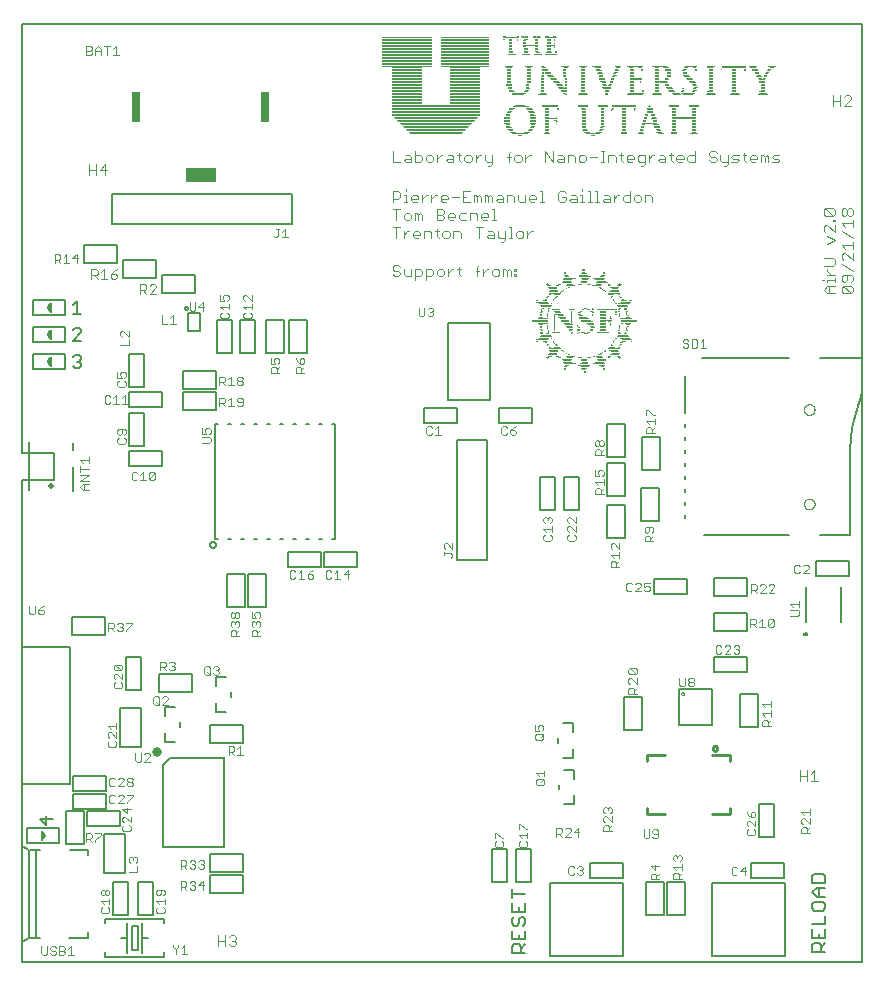
<source format=gto>
G75*
%MOIN*%
%OFA0B0*%
%FSLAX25Y25*%
%IPPOS*%
%LPD*%
%AMOC8*
5,1,8,0,0,1.08239X$1,22.5*
%
%ADD10C,0.00600*%
%ADD11C,0.00300*%
%ADD12R,0.01330X0.00333*%
%ADD13R,0.16670X0.00334*%
%ADD14R,0.04340X0.00334*%
%ADD15R,0.03660X0.00334*%
%ADD16R,0.04000X0.00334*%
%ADD17R,0.03670X0.00334*%
%ADD18R,0.03000X0.00334*%
%ADD19R,0.03340X0.00334*%
%ADD20R,0.17330X0.00333*%
%ADD21R,0.05660X0.00333*%
%ADD22R,0.02000X0.00333*%
%ADD23R,0.04670X0.00333*%
%ADD24R,0.02330X0.00333*%
%ADD25R,0.02340X0.00333*%
%ADD26R,0.18000X0.00333*%
%ADD27R,0.01670X0.00333*%
%ADD28R,0.01660X0.00333*%
%ADD29R,0.18670X0.00334*%
%ADD30R,0.02330X0.00334*%
%ADD31R,0.01330X0.00334*%
%ADD32R,0.01660X0.00334*%
%ADD33R,0.01340X0.00334*%
%ADD34R,0.01000X0.00334*%
%ADD35R,0.01670X0.00334*%
%ADD36R,0.19330X0.00333*%
%ADD37R,0.01000X0.00333*%
%ADD38R,0.01340X0.00333*%
%ADD39R,0.20000X0.00333*%
%ADD40R,0.20670X0.00334*%
%ADD41R,0.21330X0.00333*%
%ADD42R,0.22000X0.00333*%
%ADD43R,0.22670X0.00334*%
%ADD44R,0.23330X0.00333*%
%ADD45R,0.24000X0.00333*%
%ADD46R,0.00330X0.00333*%
%ADD47R,0.05000X0.00333*%
%ADD48R,0.24670X0.00334*%
%ADD49R,0.00670X0.00334*%
%ADD50R,0.05000X0.00334*%
%ADD51R,0.25330X0.00333*%
%ADD52R,0.00670X0.00333*%
%ADD53R,0.26000X0.00333*%
%ADD54R,0.26670X0.00334*%
%ADD55R,0.04330X0.00334*%
%ADD56R,0.08000X0.00334*%
%ADD57R,0.27330X0.00333*%
%ADD58R,0.04330X0.00333*%
%ADD59R,0.08000X0.00333*%
%ADD60R,0.28000X0.00333*%
%ADD61R,0.28670X0.00334*%
%ADD62R,0.29330X0.00333*%
%ADD63R,0.29330X0.00334*%
%ADD64R,0.00660X0.00334*%
%ADD65R,0.00330X0.00334*%
%ADD66R,0.00660X0.00333*%
%ADD67R,0.02000X0.00334*%
%ADD68R,0.04660X0.00334*%
%ADD69R,0.05330X0.00333*%
%ADD70R,0.03330X0.00333*%
%ADD71R,0.03340X0.00333*%
%ADD72R,0.03660X0.00333*%
%ADD73R,0.10000X0.00334*%
%ADD74R,0.10000X0.00333*%
%ADD75R,0.03670X0.00333*%
%ADD76R,0.03000X0.00333*%
%ADD77R,0.02670X0.00333*%
%ADD78R,0.04660X0.00333*%
%ADD79R,0.05340X0.00333*%
%ADD80R,0.02660X0.00333*%
%ADD81R,0.04340X0.00333*%
%ADD82R,0.00340X0.00333*%
%ADD83R,0.02340X0.00334*%
%ADD84R,0.00340X0.00334*%
%ADD85R,0.04000X0.00333*%
%ADD86R,0.02660X0.00334*%
%ADD87R,0.16670X0.00333*%
%ADD88R,0.16330X0.00333*%
%ADD89R,0.16330X0.00334*%
%ADD90R,0.03330X0.00334*%
%ADD91R,0.05660X0.00334*%
%ADD92R,0.04670X0.00334*%
%ADD93R,0.02670X0.00334*%
%ADD94R,0.05330X0.00334*%
%ADD95R,0.06000X0.00334*%
%ADD96R,0.06670X0.00333*%
%ADD97R,0.07000X0.00334*%
%ADD98C,0.00500*%
%ADD99C,0.00787*%
%ADD100C,0.00000*%
%ADD101C,0.00400*%
%ADD102C,0.02000*%
%ADD103R,0.10000X0.05000*%
%ADD104R,0.02835X0.10000*%
%ADD105C,0.00800*%
%ADD106C,0.03150*%
%ADD107C,0.01000*%
D10*
X0011353Y0001400D02*
X0011353Y0161900D01*
X0022103Y0161900D01*
X0022103Y0170900D01*
X0011353Y0170900D01*
X0011353Y0313900D01*
X0291353Y0313900D01*
X0291353Y0001400D01*
X0011353Y0001400D01*
X0019346Y0046862D02*
X0019346Y0049798D01*
X0021547Y0049064D02*
X0017144Y0049064D01*
X0019346Y0046862D01*
X0028887Y0199200D02*
X0028153Y0199934D01*
X0028887Y0199200D02*
X0030355Y0199200D01*
X0031089Y0199934D01*
X0031089Y0200668D01*
X0030355Y0201402D01*
X0029621Y0201402D01*
X0030355Y0201402D02*
X0031089Y0202136D01*
X0031089Y0202870D01*
X0030355Y0203604D01*
X0028887Y0203604D01*
X0028153Y0202870D01*
X0028153Y0208200D02*
X0031089Y0211136D01*
X0031089Y0211870D01*
X0030355Y0212604D01*
X0028887Y0212604D01*
X0028153Y0211870D01*
X0028153Y0208200D02*
X0031089Y0208200D01*
X0031089Y0217200D02*
X0028153Y0217200D01*
X0029621Y0217200D02*
X0029621Y0221604D01*
X0028153Y0220136D01*
X0174649Y0025552D02*
X0174649Y0022616D01*
X0174649Y0024084D02*
X0179053Y0024084D01*
X0179053Y0020948D02*
X0179053Y0018012D01*
X0174649Y0018012D01*
X0174649Y0020948D01*
X0176851Y0019480D02*
X0176851Y0018012D01*
X0177585Y0016344D02*
X0178319Y0016344D01*
X0179053Y0015610D01*
X0179053Y0014142D01*
X0178319Y0013408D01*
X0176851Y0014142D02*
X0176851Y0015610D01*
X0177585Y0016344D01*
X0175383Y0016344D02*
X0174649Y0015610D01*
X0174649Y0014142D01*
X0175383Y0013408D01*
X0176117Y0013408D01*
X0176851Y0014142D01*
X0174649Y0011740D02*
X0174649Y0008804D01*
X0179053Y0008804D01*
X0179053Y0011740D01*
X0176851Y0010272D02*
X0176851Y0008804D01*
X0176851Y0007136D02*
X0177585Y0006402D01*
X0177585Y0004200D01*
X0177585Y0005668D02*
X0179053Y0007136D01*
X0176851Y0007136D02*
X0175383Y0007136D01*
X0174649Y0006402D01*
X0174649Y0004200D01*
X0179053Y0004200D01*
X0274649Y0004576D02*
X0274649Y0006778D01*
X0275383Y0007512D01*
X0276851Y0007512D01*
X0277585Y0006778D01*
X0277585Y0004576D01*
X0279053Y0004576D02*
X0274649Y0004576D01*
X0277585Y0006044D02*
X0279053Y0007512D01*
X0279053Y0009180D02*
X0279053Y0012116D01*
X0279053Y0013784D02*
X0274649Y0013784D01*
X0274649Y0012116D02*
X0274649Y0009180D01*
X0279053Y0009180D01*
X0276851Y0009180D02*
X0276851Y0010648D01*
X0279053Y0013784D02*
X0279053Y0016720D01*
X0278319Y0018388D02*
X0279053Y0019122D01*
X0279053Y0020590D01*
X0278319Y0021324D01*
X0275383Y0021324D01*
X0274649Y0020590D01*
X0274649Y0019122D01*
X0275383Y0018388D01*
X0278319Y0018388D01*
X0279053Y0022992D02*
X0276117Y0022992D01*
X0274649Y0024460D01*
X0276117Y0025928D01*
X0279053Y0025928D01*
X0279053Y0027596D02*
X0279053Y0029798D01*
X0278319Y0030532D01*
X0275383Y0030532D01*
X0274649Y0029798D01*
X0274649Y0027596D01*
X0279053Y0027596D01*
X0276851Y0025928D02*
X0276851Y0022992D01*
D11*
X0273953Y0044300D02*
X0271051Y0044300D01*
X0271051Y0045751D01*
X0271534Y0046235D01*
X0272502Y0046235D01*
X0272986Y0045751D01*
X0272986Y0044300D01*
X0272986Y0045267D02*
X0273953Y0046235D01*
X0273953Y0047247D02*
X0272018Y0049181D01*
X0271534Y0049181D01*
X0271051Y0048698D01*
X0271051Y0047730D01*
X0271534Y0047247D01*
X0273953Y0047247D02*
X0273953Y0049181D01*
X0273953Y0050193D02*
X0273953Y0052128D01*
X0273953Y0051161D02*
X0271051Y0051161D01*
X0272018Y0050193D01*
X0272972Y0061550D02*
X0272972Y0065253D01*
X0274186Y0064019D02*
X0275421Y0065253D01*
X0275421Y0061550D01*
X0276655Y0061550D02*
X0274186Y0061550D01*
X0272972Y0063402D02*
X0270503Y0063402D01*
X0270503Y0065253D02*
X0270503Y0061550D01*
X0235290Y0093632D02*
X0234806Y0093148D01*
X0233839Y0093148D01*
X0233355Y0093632D01*
X0233355Y0094116D01*
X0233839Y0094600D01*
X0234806Y0094600D01*
X0235290Y0094116D01*
X0235290Y0093632D01*
X0234806Y0094600D02*
X0235290Y0095083D01*
X0235290Y0095567D01*
X0234806Y0096051D01*
X0233839Y0096051D01*
X0233355Y0095567D01*
X0233355Y0095083D01*
X0233839Y0094600D01*
X0232343Y0093632D02*
X0232343Y0096051D01*
X0230409Y0096051D02*
X0230409Y0093632D01*
X0230892Y0093148D01*
X0231860Y0093148D01*
X0232343Y0093632D01*
X0267421Y0116701D02*
X0269840Y0116701D01*
X0270324Y0117185D01*
X0270324Y0118152D01*
X0269840Y0118636D01*
X0267421Y0118636D01*
X0268389Y0119647D02*
X0267421Y0120615D01*
X0270324Y0120615D01*
X0270324Y0121582D02*
X0270324Y0119647D01*
X0207419Y0052788D02*
X0207903Y0052305D01*
X0207903Y0051337D01*
X0207419Y0050853D01*
X0207903Y0049842D02*
X0207903Y0047907D01*
X0205968Y0049842D01*
X0205484Y0049842D01*
X0205001Y0049358D01*
X0205001Y0048391D01*
X0205484Y0047907D01*
X0205484Y0046895D02*
X0206452Y0046895D01*
X0206936Y0046412D01*
X0206936Y0044960D01*
X0207903Y0044960D02*
X0205001Y0044960D01*
X0205001Y0046412D01*
X0205484Y0046895D01*
X0206936Y0045928D02*
X0207903Y0046895D01*
X0205484Y0050853D02*
X0205001Y0051337D01*
X0205001Y0052305D01*
X0205484Y0052788D01*
X0205968Y0052788D01*
X0206452Y0052305D01*
X0206936Y0052788D01*
X0207419Y0052788D01*
X0206452Y0052305D02*
X0206452Y0051821D01*
X0196597Y0045952D02*
X0196597Y0043050D01*
X0197081Y0044501D02*
X0195146Y0044501D01*
X0196597Y0045952D01*
X0194134Y0045469D02*
X0193651Y0045952D01*
X0192683Y0045952D01*
X0192200Y0045469D01*
X0191188Y0045469D02*
X0191188Y0044501D01*
X0190704Y0044017D01*
X0189253Y0044017D01*
X0189253Y0043050D02*
X0189253Y0045952D01*
X0190704Y0045952D01*
X0191188Y0045469D01*
X0190220Y0044017D02*
X0191188Y0043050D01*
X0192200Y0043050D02*
X0194134Y0044985D01*
X0194134Y0045469D01*
X0194134Y0043050D02*
X0192200Y0043050D01*
X0218484Y0043034D02*
X0218968Y0042550D01*
X0219935Y0042550D01*
X0220419Y0043034D01*
X0220419Y0045452D01*
X0221430Y0044969D02*
X0221430Y0044485D01*
X0221914Y0044001D01*
X0223365Y0044001D01*
X0223365Y0043034D02*
X0223365Y0044969D01*
X0222882Y0045452D01*
X0221914Y0045452D01*
X0221430Y0044969D01*
X0221430Y0043034D02*
X0221914Y0042550D01*
X0222882Y0042550D01*
X0223365Y0043034D01*
X0218484Y0043034D02*
X0218484Y0045452D01*
X0082655Y0009636D02*
X0082655Y0009019D01*
X0082038Y0008402D01*
X0082655Y0007784D01*
X0082655Y0007167D01*
X0082038Y0006550D01*
X0080803Y0006550D01*
X0080186Y0007167D01*
X0078972Y0006550D02*
X0078972Y0010253D01*
X0080186Y0009636D02*
X0080803Y0010253D01*
X0082038Y0010253D01*
X0082655Y0009636D01*
X0082038Y0008402D02*
X0081421Y0008402D01*
X0078972Y0008402D02*
X0076503Y0008402D01*
X0076503Y0010253D02*
X0076503Y0006550D01*
X0053895Y0068050D02*
X0051960Y0068050D01*
X0053895Y0069985D01*
X0053895Y0070469D01*
X0053411Y0070952D01*
X0052444Y0070952D01*
X0051960Y0070469D01*
X0050949Y0070952D02*
X0050949Y0068534D01*
X0050465Y0068050D01*
X0049497Y0068050D01*
X0049014Y0068534D01*
X0049014Y0070952D01*
X0018139Y0117180D02*
X0017172Y0117180D01*
X0016688Y0117664D01*
X0016688Y0118631D01*
X0018139Y0118631D01*
X0018623Y0118147D01*
X0018623Y0117664D01*
X0018139Y0117180D01*
X0016688Y0118631D02*
X0017656Y0119599D01*
X0018623Y0120082D01*
X0015677Y0120082D02*
X0015677Y0117664D01*
X0015193Y0117180D01*
X0014225Y0117180D01*
X0013742Y0117664D01*
X0013742Y0120082D01*
X0031579Y0158676D02*
X0030612Y0159643D01*
X0031579Y0160611D01*
X0033514Y0160611D01*
X0033514Y0161623D02*
X0030612Y0161623D01*
X0033514Y0163557D01*
X0030612Y0163557D01*
X0030612Y0164569D02*
X0030612Y0166504D01*
X0030612Y0165537D02*
X0033514Y0165537D01*
X0033514Y0167516D02*
X0033514Y0169451D01*
X0033514Y0168483D02*
X0030612Y0168483D01*
X0031579Y0167516D01*
X0032063Y0160611D02*
X0032063Y0158676D01*
X0031579Y0158676D02*
X0033514Y0158676D01*
X0071266Y0174318D02*
X0073685Y0174318D01*
X0074169Y0174802D01*
X0074169Y0175770D01*
X0073685Y0176253D01*
X0071266Y0176253D01*
X0071266Y0177265D02*
X0072718Y0177265D01*
X0072234Y0178232D01*
X0072234Y0178716D01*
X0072718Y0179200D01*
X0073685Y0179200D01*
X0074169Y0178716D01*
X0074169Y0177749D01*
X0073685Y0177265D01*
X0071266Y0177265D02*
X0071266Y0179200D01*
X0046953Y0206800D02*
X0046953Y0208735D01*
X0046953Y0209747D02*
X0045018Y0211681D01*
X0044534Y0211681D01*
X0044051Y0211198D01*
X0044051Y0210230D01*
X0044534Y0209747D01*
X0046953Y0209747D02*
X0046953Y0211681D01*
X0046953Y0206800D02*
X0044051Y0206800D01*
X0039038Y0263550D02*
X0039038Y0267253D01*
X0037186Y0265402D01*
X0039655Y0265402D01*
X0035972Y0265402D02*
X0033503Y0265402D01*
X0033503Y0267253D02*
X0033503Y0263550D01*
X0035972Y0263550D02*
X0035972Y0267253D01*
X0134824Y0267857D02*
X0137293Y0267857D01*
X0138507Y0268474D02*
X0139124Y0269091D01*
X0140976Y0269091D01*
X0140976Y0269708D02*
X0140976Y0267857D01*
X0139124Y0267857D01*
X0138507Y0268474D01*
X0139124Y0270325D02*
X0140359Y0270325D01*
X0140976Y0269708D01*
X0142190Y0270325D02*
X0144042Y0270325D01*
X0144659Y0269708D01*
X0144659Y0268474D01*
X0144042Y0267857D01*
X0142190Y0267857D01*
X0142190Y0271560D01*
X0145873Y0269708D02*
X0145873Y0268474D01*
X0146491Y0267857D01*
X0147725Y0267857D01*
X0148342Y0268474D01*
X0148342Y0269708D01*
X0147725Y0270325D01*
X0146491Y0270325D01*
X0145873Y0269708D01*
X0149557Y0269091D02*
X0150791Y0270325D01*
X0151408Y0270325D01*
X0153243Y0270325D02*
X0154477Y0270325D01*
X0155095Y0269708D01*
X0155095Y0267857D01*
X0153243Y0267857D01*
X0152626Y0268474D01*
X0153243Y0269091D01*
X0155095Y0269091D01*
X0156309Y0270325D02*
X0157543Y0270325D01*
X0156926Y0270943D02*
X0156926Y0268474D01*
X0157543Y0267857D01*
X0158764Y0268474D02*
X0159382Y0267857D01*
X0160616Y0267857D01*
X0161233Y0268474D01*
X0161233Y0269708D01*
X0160616Y0270325D01*
X0159382Y0270325D01*
X0158764Y0269708D01*
X0158764Y0268474D01*
X0162448Y0269091D02*
X0163682Y0270325D01*
X0164299Y0270325D01*
X0165517Y0270325D02*
X0165517Y0268474D01*
X0166134Y0267857D01*
X0167986Y0267857D01*
X0167986Y0267240D02*
X0167368Y0266622D01*
X0166751Y0266622D01*
X0167986Y0267240D02*
X0167986Y0270325D01*
X0172883Y0269708D02*
X0174118Y0269708D01*
X0175339Y0269708D02*
X0175339Y0268474D01*
X0175956Y0267857D01*
X0177190Y0267857D01*
X0177807Y0268474D01*
X0177807Y0269708D01*
X0177190Y0270325D01*
X0175956Y0270325D01*
X0175339Y0269708D01*
X0173500Y0270943D02*
X0173500Y0267857D01*
X0173500Y0270943D02*
X0174118Y0271560D01*
X0179022Y0270325D02*
X0179022Y0267857D01*
X0179022Y0269091D02*
X0180256Y0270325D01*
X0180873Y0270325D01*
X0185774Y0271560D02*
X0188243Y0267857D01*
X0188243Y0271560D01*
X0190074Y0270325D02*
X0191309Y0270325D01*
X0191926Y0269708D01*
X0191926Y0267857D01*
X0190074Y0267857D01*
X0189457Y0268474D01*
X0190074Y0269091D01*
X0191926Y0269091D01*
X0193140Y0267857D02*
X0193140Y0270325D01*
X0194992Y0270325D01*
X0195609Y0269708D01*
X0195609Y0267857D01*
X0196824Y0268474D02*
X0197441Y0267857D01*
X0198675Y0267857D01*
X0199292Y0268474D01*
X0199292Y0269708D01*
X0198675Y0270325D01*
X0197441Y0270325D01*
X0196824Y0269708D01*
X0196824Y0268474D01*
X0200507Y0269708D02*
X0202975Y0269708D01*
X0204190Y0267857D02*
X0205424Y0267857D01*
X0204807Y0267857D02*
X0204807Y0271560D01*
X0204190Y0271560D02*
X0205424Y0271560D01*
X0206645Y0270325D02*
X0208497Y0270325D01*
X0209114Y0269708D01*
X0209114Y0267857D01*
X0210946Y0268474D02*
X0211563Y0267857D01*
X0210946Y0268474D02*
X0210946Y0270943D01*
X0210328Y0270325D02*
X0211563Y0270325D01*
X0212784Y0269708D02*
X0213401Y0270325D01*
X0214635Y0270325D01*
X0215253Y0269708D01*
X0215253Y0269091D01*
X0212784Y0269091D01*
X0212784Y0268474D02*
X0212784Y0269708D01*
X0212784Y0268474D02*
X0213401Y0267857D01*
X0214635Y0267857D01*
X0216467Y0268474D02*
X0217084Y0267857D01*
X0218936Y0267857D01*
X0218936Y0267240D02*
X0218936Y0270325D01*
X0217084Y0270325D01*
X0216467Y0269708D01*
X0216467Y0268474D01*
X0217701Y0266622D02*
X0218319Y0266622D01*
X0218936Y0267240D01*
X0220150Y0267857D02*
X0220150Y0270325D01*
X0220150Y0269091D02*
X0221385Y0270325D01*
X0222002Y0270325D01*
X0223837Y0270325D02*
X0225071Y0270325D01*
X0225688Y0269708D01*
X0225688Y0267857D01*
X0223837Y0267857D01*
X0223219Y0268474D01*
X0223837Y0269091D01*
X0225688Y0269091D01*
X0226903Y0270325D02*
X0228137Y0270325D01*
X0227520Y0270943D02*
X0227520Y0268474D01*
X0228137Y0267857D01*
X0229358Y0268474D02*
X0229358Y0269708D01*
X0229975Y0270325D01*
X0231210Y0270325D01*
X0231827Y0269708D01*
X0231827Y0269091D01*
X0229358Y0269091D01*
X0229358Y0268474D02*
X0229975Y0267857D01*
X0231210Y0267857D01*
X0233041Y0268474D02*
X0233041Y0269708D01*
X0233658Y0270325D01*
X0235510Y0270325D01*
X0235510Y0271560D02*
X0235510Y0267857D01*
X0233658Y0267857D01*
X0233041Y0268474D01*
X0240407Y0268474D02*
X0241025Y0267857D01*
X0242259Y0267857D01*
X0242876Y0268474D01*
X0242876Y0269091D01*
X0242259Y0269708D01*
X0241025Y0269708D01*
X0240407Y0270325D01*
X0240407Y0270943D01*
X0241025Y0271560D01*
X0242259Y0271560D01*
X0242876Y0270943D01*
X0244091Y0270325D02*
X0244091Y0268474D01*
X0244708Y0267857D01*
X0246559Y0267857D01*
X0246559Y0267240D02*
X0245942Y0266622D01*
X0245325Y0266622D01*
X0246559Y0267240D02*
X0246559Y0270325D01*
X0247774Y0269708D02*
X0248391Y0270325D01*
X0250242Y0270325D01*
X0251457Y0270325D02*
X0252691Y0270325D01*
X0252074Y0270943D02*
X0252074Y0268474D01*
X0252691Y0267857D01*
X0253912Y0268474D02*
X0253912Y0269708D01*
X0254529Y0270325D01*
X0255764Y0270325D01*
X0256381Y0269708D01*
X0256381Y0269091D01*
X0253912Y0269091D01*
X0253912Y0268474D02*
X0254529Y0267857D01*
X0255764Y0267857D01*
X0257595Y0267857D02*
X0257595Y0270325D01*
X0258213Y0270325D01*
X0258830Y0269708D01*
X0259447Y0270325D01*
X0260064Y0269708D01*
X0260064Y0267857D01*
X0261279Y0267857D02*
X0263130Y0267857D01*
X0263747Y0268474D01*
X0263130Y0269091D01*
X0261896Y0269091D01*
X0261279Y0269708D01*
X0261896Y0270325D01*
X0263747Y0270325D01*
X0258830Y0269708D02*
X0258830Y0267857D01*
X0250242Y0268474D02*
X0249625Y0269091D01*
X0248391Y0269091D01*
X0247774Y0269708D01*
X0247774Y0267857D02*
X0249625Y0267857D01*
X0250242Y0268474D01*
X0278472Y0251828D02*
X0279089Y0252445D01*
X0281558Y0249976D01*
X0282175Y0250594D01*
X0282175Y0251828D01*
X0281558Y0252445D01*
X0279089Y0252445D01*
X0278472Y0251828D02*
X0278472Y0250594D01*
X0279089Y0249976D01*
X0281558Y0249976D01*
X0281558Y0248752D02*
X0282175Y0248752D01*
X0282175Y0248135D01*
X0281558Y0248135D01*
X0281558Y0248752D01*
X0282175Y0246920D02*
X0282175Y0244452D01*
X0279707Y0246920D01*
X0279089Y0246920D01*
X0278472Y0246303D01*
X0278472Y0245069D01*
X0279089Y0244452D01*
X0279707Y0243237D02*
X0282175Y0242003D01*
X0279707Y0240769D01*
X0284472Y0240161D02*
X0288175Y0240161D01*
X0288175Y0238927D02*
X0288175Y0241396D01*
X0288175Y0242610D02*
X0284472Y0245079D01*
X0285707Y0246293D02*
X0284472Y0247528D01*
X0288175Y0247528D01*
X0288175Y0248762D02*
X0288175Y0246293D01*
X0287558Y0249976D02*
X0286941Y0249976D01*
X0286324Y0250594D01*
X0286324Y0251828D01*
X0286941Y0252445D01*
X0287558Y0252445D01*
X0288175Y0251828D01*
X0288175Y0250594D01*
X0287558Y0249976D01*
X0286324Y0250594D02*
X0285707Y0249976D01*
X0285089Y0249976D01*
X0284472Y0250594D01*
X0284472Y0251828D01*
X0285089Y0252445D01*
X0285707Y0252445D01*
X0286324Y0251828D01*
X0284472Y0240161D02*
X0285707Y0238927D01*
X0285707Y0237713D02*
X0285089Y0237713D01*
X0284472Y0237095D01*
X0284472Y0235861D01*
X0285089Y0235244D01*
X0284472Y0234029D02*
X0288175Y0231561D01*
X0287558Y0230346D02*
X0285089Y0230346D01*
X0284472Y0229729D01*
X0284472Y0228495D01*
X0285089Y0227878D01*
X0285707Y0227878D01*
X0286324Y0228495D01*
X0286324Y0230346D01*
X0287558Y0230346D02*
X0288175Y0229729D01*
X0288175Y0228495D01*
X0287558Y0227878D01*
X0287558Y0226663D02*
X0285089Y0226663D01*
X0287558Y0224194D01*
X0288175Y0224812D01*
X0288175Y0226046D01*
X0287558Y0226663D01*
X0287558Y0224194D02*
X0285089Y0224194D01*
X0284472Y0224812D01*
X0284472Y0226046D01*
X0285089Y0226663D01*
X0282175Y0226663D02*
X0279707Y0226663D01*
X0278472Y0225429D01*
X0279707Y0224194D01*
X0282175Y0224194D01*
X0280324Y0224194D02*
X0280324Y0226663D01*
X0279707Y0227878D02*
X0279707Y0228495D01*
X0282175Y0228495D01*
X0282175Y0227878D02*
X0282175Y0229112D01*
X0282175Y0230333D02*
X0279707Y0230333D01*
X0280941Y0230333D02*
X0279707Y0231567D01*
X0279707Y0232185D01*
X0278472Y0233402D02*
X0281558Y0233402D01*
X0282175Y0234019D01*
X0282175Y0235254D01*
X0281558Y0235871D01*
X0278472Y0235871D01*
X0278472Y0228495D02*
X0277855Y0228495D01*
X0285707Y0237713D02*
X0288175Y0235244D01*
X0288175Y0237713D01*
X0287655Y0286550D02*
X0285186Y0286550D01*
X0287655Y0289019D01*
X0287655Y0289636D01*
X0287038Y0290253D01*
X0285803Y0290253D01*
X0285186Y0289636D01*
X0283972Y0290253D02*
X0283972Y0286550D01*
X0283972Y0288402D02*
X0281503Y0288402D01*
X0281503Y0290253D02*
X0281503Y0286550D01*
X0221391Y0256377D02*
X0221391Y0254526D01*
X0221391Y0256377D02*
X0220774Y0256995D01*
X0218922Y0256995D01*
X0218922Y0254526D01*
X0217708Y0255143D02*
X0217708Y0256377D01*
X0217091Y0256995D01*
X0215856Y0256995D01*
X0215239Y0256377D01*
X0215239Y0255143D01*
X0215856Y0254526D01*
X0217091Y0254526D01*
X0217708Y0255143D01*
X0214025Y0254526D02*
X0212173Y0254526D01*
X0211556Y0255143D01*
X0211556Y0256377D01*
X0212173Y0256995D01*
X0214025Y0256995D01*
X0214025Y0258229D02*
X0214025Y0254526D01*
X0210338Y0256995D02*
X0209721Y0256995D01*
X0208487Y0255760D01*
X0207273Y0255760D02*
X0205421Y0255760D01*
X0204804Y0255143D01*
X0205421Y0254526D01*
X0207273Y0254526D01*
X0207273Y0256377D01*
X0206655Y0256995D01*
X0205421Y0256995D01*
X0202965Y0258229D02*
X0202965Y0254526D01*
X0202348Y0254526D02*
X0203583Y0254526D01*
X0201127Y0254526D02*
X0199893Y0254526D01*
X0200510Y0254526D02*
X0200510Y0258229D01*
X0199893Y0258229D01*
X0198055Y0258229D02*
X0198055Y0258846D01*
X0198055Y0256995D02*
X0198055Y0254526D01*
X0198672Y0254526D02*
X0197437Y0254526D01*
X0196223Y0254526D02*
X0196223Y0256377D01*
X0195606Y0256995D01*
X0194371Y0256995D01*
X0194371Y0255760D02*
X0196223Y0255760D01*
X0196223Y0254526D02*
X0194371Y0254526D01*
X0193754Y0255143D01*
X0194371Y0255760D01*
X0192540Y0255143D02*
X0192540Y0256377D01*
X0191306Y0256377D01*
X0192540Y0255143D02*
X0191923Y0254526D01*
X0190688Y0254526D01*
X0190071Y0255143D01*
X0190071Y0257612D01*
X0190688Y0258229D01*
X0191923Y0258229D01*
X0192540Y0257612D01*
X0197437Y0256995D02*
X0198055Y0256995D01*
X0202348Y0258229D02*
X0202965Y0258229D01*
X0208487Y0256995D02*
X0208487Y0254526D01*
X0206645Y0267857D02*
X0206645Y0270325D01*
X0185774Y0271560D02*
X0185774Y0267857D01*
X0184550Y0258229D02*
X0184550Y0254526D01*
X0183933Y0254526D02*
X0185167Y0254526D01*
X0182718Y0255760D02*
X0180249Y0255760D01*
X0180249Y0255143D02*
X0180249Y0256377D01*
X0180867Y0256995D01*
X0182101Y0256995D01*
X0182718Y0256377D01*
X0182718Y0255760D01*
X0182101Y0254526D02*
X0180867Y0254526D01*
X0180249Y0255143D01*
X0179035Y0254526D02*
X0179035Y0256995D01*
X0176566Y0256995D02*
X0176566Y0255143D01*
X0177183Y0254526D01*
X0179035Y0254526D01*
X0175352Y0254526D02*
X0175352Y0256377D01*
X0174735Y0256995D01*
X0172883Y0256995D01*
X0172883Y0254526D01*
X0171669Y0254526D02*
X0169817Y0254526D01*
X0169200Y0255143D01*
X0169817Y0255760D01*
X0171669Y0255760D01*
X0171669Y0256377D02*
X0171669Y0254526D01*
X0171669Y0256377D02*
X0171052Y0256995D01*
X0169817Y0256995D01*
X0167986Y0256377D02*
X0167986Y0254526D01*
X0166751Y0254526D02*
X0166751Y0256377D01*
X0167368Y0256995D01*
X0167986Y0256377D01*
X0166751Y0256377D02*
X0166134Y0256995D01*
X0165517Y0256995D01*
X0165517Y0254526D01*
X0164302Y0254526D02*
X0164302Y0256377D01*
X0163685Y0256995D01*
X0163068Y0256377D01*
X0163068Y0254526D01*
X0161834Y0254526D02*
X0161834Y0256995D01*
X0162451Y0256995D01*
X0163068Y0256377D01*
X0160619Y0254526D02*
X0158151Y0254526D01*
X0158151Y0258229D01*
X0160619Y0258229D01*
X0159385Y0256377D02*
X0158151Y0256377D01*
X0156936Y0256377D02*
X0154467Y0256377D01*
X0153253Y0256377D02*
X0153253Y0255760D01*
X0150784Y0255760D01*
X0150784Y0255143D02*
X0150784Y0256377D01*
X0151401Y0256995D01*
X0152636Y0256995D01*
X0153253Y0256377D01*
X0152636Y0254526D02*
X0151401Y0254526D01*
X0150784Y0255143D01*
X0149567Y0256995D02*
X0148949Y0256995D01*
X0147715Y0255760D01*
X0147715Y0254526D02*
X0147715Y0256995D01*
X0146497Y0256995D02*
X0145880Y0256995D01*
X0144646Y0255760D01*
X0143431Y0255760D02*
X0140963Y0255760D01*
X0140963Y0255143D02*
X0140963Y0256377D01*
X0141580Y0256995D01*
X0142814Y0256995D01*
X0143431Y0256377D01*
X0143431Y0255760D01*
X0142814Y0254526D02*
X0141580Y0254526D01*
X0140963Y0255143D01*
X0139742Y0254526D02*
X0138507Y0254526D01*
X0139124Y0254526D02*
X0139124Y0256995D01*
X0138507Y0256995D01*
X0137293Y0257612D02*
X0137293Y0256377D01*
X0136676Y0255760D01*
X0134824Y0255760D01*
X0134824Y0254526D02*
X0134824Y0258229D01*
X0136676Y0258229D01*
X0137293Y0257612D01*
X0139124Y0258229D02*
X0139124Y0258846D01*
X0144646Y0256995D02*
X0144646Y0254526D01*
X0144042Y0250995D02*
X0144659Y0250377D01*
X0144659Y0248526D01*
X0143425Y0248526D02*
X0143425Y0250377D01*
X0144042Y0250995D01*
X0143425Y0250377D02*
X0142807Y0250995D01*
X0142190Y0250995D01*
X0142190Y0248526D01*
X0140976Y0249143D02*
X0140976Y0250377D01*
X0140359Y0250995D01*
X0139124Y0250995D01*
X0138507Y0250377D01*
X0138507Y0249143D01*
X0139124Y0248526D01*
X0140359Y0248526D01*
X0140976Y0249143D01*
X0137293Y0246229D02*
X0134824Y0246229D01*
X0136058Y0246229D02*
X0136058Y0242526D01*
X0138507Y0242526D02*
X0138507Y0244995D01*
X0139742Y0244995D02*
X0140359Y0244995D01*
X0139742Y0244995D02*
X0138507Y0243760D01*
X0141576Y0243760D02*
X0144045Y0243760D01*
X0144045Y0244377D01*
X0143428Y0244995D01*
X0142194Y0244995D01*
X0141576Y0244377D01*
X0141576Y0243143D01*
X0142194Y0242526D01*
X0143428Y0242526D01*
X0145260Y0242526D02*
X0145260Y0244995D01*
X0147111Y0244995D01*
X0147728Y0244377D01*
X0147728Y0242526D01*
X0149560Y0243143D02*
X0150177Y0242526D01*
X0149560Y0243143D02*
X0149560Y0245612D01*
X0148943Y0244995D02*
X0150177Y0244995D01*
X0151398Y0244377D02*
X0151398Y0243143D01*
X0152015Y0242526D01*
X0153250Y0242526D01*
X0153867Y0243143D01*
X0153867Y0244377D01*
X0153250Y0244995D01*
X0152015Y0244995D01*
X0151398Y0244377D01*
X0155081Y0244995D02*
X0155081Y0242526D01*
X0155081Y0244995D02*
X0156933Y0244995D01*
X0157550Y0244377D01*
X0157550Y0242526D01*
X0157540Y0248526D02*
X0159392Y0248526D01*
X0160606Y0248526D02*
X0160606Y0250995D01*
X0162458Y0250995D01*
X0163075Y0250377D01*
X0163075Y0248526D01*
X0164289Y0249143D02*
X0164289Y0250377D01*
X0164906Y0250995D01*
X0166141Y0250995D01*
X0166758Y0250377D01*
X0166758Y0249760D01*
X0164289Y0249760D01*
X0164289Y0249143D02*
X0164906Y0248526D01*
X0166141Y0248526D01*
X0167972Y0248526D02*
X0169207Y0248526D01*
X0168590Y0248526D02*
X0168590Y0252229D01*
X0167972Y0252229D01*
X0164916Y0246229D02*
X0162448Y0246229D01*
X0163682Y0246229D02*
X0163682Y0242526D01*
X0166131Y0243143D02*
X0166748Y0243760D01*
X0168600Y0243760D01*
X0168600Y0244377D02*
X0168600Y0242526D01*
X0166748Y0242526D01*
X0166131Y0243143D01*
X0166748Y0244995D02*
X0167982Y0244995D01*
X0168600Y0244377D01*
X0169814Y0244995D02*
X0169814Y0243143D01*
X0170431Y0242526D01*
X0172283Y0242526D01*
X0172283Y0241909D02*
X0171665Y0241292D01*
X0171048Y0241292D01*
X0172283Y0241909D02*
X0172283Y0244995D01*
X0173497Y0246229D02*
X0174114Y0246229D01*
X0174114Y0242526D01*
X0173497Y0242526D02*
X0174731Y0242526D01*
X0175952Y0243143D02*
X0176570Y0242526D01*
X0177804Y0242526D01*
X0178421Y0243143D01*
X0178421Y0244377D01*
X0177804Y0244995D01*
X0176570Y0244995D01*
X0175952Y0244377D01*
X0175952Y0243143D01*
X0179636Y0242526D02*
X0179636Y0244995D01*
X0180870Y0244995D02*
X0181487Y0244995D01*
X0180870Y0244995D02*
X0179636Y0243760D01*
X0175956Y0232329D02*
X0175956Y0231712D01*
X0175339Y0231712D01*
X0175339Y0232329D01*
X0175956Y0232329D01*
X0175956Y0230478D02*
X0175956Y0229860D01*
X0175339Y0229860D01*
X0175339Y0230478D01*
X0175956Y0230478D01*
X0174124Y0229860D02*
X0174124Y0231712D01*
X0173507Y0232329D01*
X0172890Y0231712D01*
X0172890Y0229860D01*
X0171655Y0229860D02*
X0171655Y0232329D01*
X0172273Y0232329D01*
X0172890Y0231712D01*
X0170441Y0231712D02*
X0169824Y0232329D01*
X0168589Y0232329D01*
X0167972Y0231712D01*
X0167972Y0230478D01*
X0168589Y0229860D01*
X0169824Y0229860D01*
X0170441Y0230478D01*
X0170441Y0231712D01*
X0166755Y0232329D02*
X0166137Y0232329D01*
X0164903Y0231095D01*
X0164903Y0232329D02*
X0164903Y0229860D01*
X0163065Y0229860D02*
X0163065Y0232946D01*
X0163682Y0233564D01*
X0163682Y0231712D02*
X0162448Y0231712D01*
X0157543Y0232329D02*
X0156309Y0232329D01*
X0156926Y0232946D02*
X0156926Y0230478D01*
X0157543Y0229860D01*
X0155091Y0232329D02*
X0154474Y0232329D01*
X0153240Y0231095D01*
X0153240Y0232329D02*
X0153240Y0229860D01*
X0152025Y0230478D02*
X0152025Y0231712D01*
X0151408Y0232329D01*
X0150174Y0232329D01*
X0149557Y0231712D01*
X0149557Y0230478D01*
X0150174Y0229860D01*
X0151408Y0229860D01*
X0152025Y0230478D01*
X0148342Y0230478D02*
X0147725Y0229860D01*
X0145873Y0229860D01*
X0145873Y0228626D02*
X0145873Y0232329D01*
X0147725Y0232329D01*
X0148342Y0231712D01*
X0148342Y0230478D01*
X0144659Y0230478D02*
X0144042Y0229860D01*
X0142190Y0229860D01*
X0140976Y0229860D02*
X0140976Y0232329D01*
X0142190Y0232329D02*
X0142190Y0228626D01*
X0140976Y0229860D02*
X0139124Y0229860D01*
X0138507Y0230478D01*
X0138507Y0232329D01*
X0137293Y0232946D02*
X0136676Y0233564D01*
X0135441Y0233564D01*
X0134824Y0232946D01*
X0134824Y0232329D01*
X0135441Y0231712D01*
X0136676Y0231712D01*
X0137293Y0231095D01*
X0137293Y0230478D01*
X0136676Y0229860D01*
X0135441Y0229860D01*
X0134824Y0230478D01*
X0142190Y0232329D02*
X0144042Y0232329D01*
X0144659Y0231712D01*
X0144659Y0230478D01*
X0149557Y0248526D02*
X0151408Y0248526D01*
X0152025Y0249143D01*
X0152025Y0249760D01*
X0151408Y0250377D01*
X0149557Y0250377D01*
X0149557Y0248526D02*
X0149557Y0252229D01*
X0151408Y0252229D01*
X0152025Y0251612D01*
X0152025Y0250995D01*
X0151408Y0250377D01*
X0153240Y0250377D02*
X0153857Y0250995D01*
X0155091Y0250995D01*
X0155709Y0250377D01*
X0155709Y0249760D01*
X0153240Y0249760D01*
X0153240Y0249143D02*
X0153240Y0250377D01*
X0153240Y0249143D02*
X0153857Y0248526D01*
X0155091Y0248526D01*
X0156923Y0249143D02*
X0157540Y0248526D01*
X0156923Y0249143D02*
X0156923Y0250377D01*
X0157540Y0250995D01*
X0159392Y0250995D01*
X0162448Y0267857D02*
X0162448Y0270325D01*
X0149557Y0270325D02*
X0149557Y0267857D01*
X0134824Y0267857D02*
X0134824Y0271560D01*
X0134824Y0252229D02*
X0137293Y0252229D01*
X0136058Y0252229D02*
X0136058Y0248526D01*
X0183933Y0258229D02*
X0184550Y0258229D01*
D12*
X0177176Y0276706D03*
X0180506Y0278373D03*
X0181176Y0279373D03*
X0181506Y0279706D03*
X0181506Y0280373D03*
X0186176Y0280373D03*
X0186176Y0280706D03*
X0186176Y0281373D03*
X0186176Y0281706D03*
X0186176Y0282706D03*
X0186176Y0283373D03*
X0186176Y0283706D03*
X0186176Y0284373D03*
X0186176Y0284706D03*
X0186176Y0285373D03*
X0186176Y0285706D03*
X0186176Y0279706D03*
X0186176Y0279373D03*
X0186176Y0278706D03*
X0186176Y0278373D03*
X0186176Y0277706D03*
X0198506Y0279373D03*
X0198506Y0279706D03*
X0198506Y0280373D03*
X0198506Y0280706D03*
X0198506Y0281373D03*
X0198506Y0281706D03*
X0198506Y0282373D03*
X0198506Y0282706D03*
X0198506Y0283373D03*
X0198506Y0283706D03*
X0198506Y0284373D03*
X0198506Y0284706D03*
X0198506Y0285373D03*
X0198176Y0291373D03*
X0198176Y0291706D03*
X0198176Y0292373D03*
X0198176Y0292706D03*
X0198176Y0293373D03*
X0198176Y0293706D03*
X0198176Y0294373D03*
X0198176Y0294706D03*
X0198176Y0295373D03*
X0198176Y0295706D03*
X0198176Y0296373D03*
X0198176Y0296706D03*
X0198176Y0297373D03*
X0198176Y0297706D03*
X0198176Y0298373D03*
X0198176Y0298706D03*
X0198176Y0299373D03*
X0192506Y0299373D03*
X0185176Y0299373D03*
X0180176Y0299373D03*
X0180176Y0298706D03*
X0180176Y0298373D03*
X0180176Y0297706D03*
X0180176Y0297373D03*
X0180176Y0296706D03*
X0180176Y0296373D03*
X0180176Y0295706D03*
X0180176Y0295373D03*
X0180176Y0294706D03*
X0180176Y0294373D03*
X0179506Y0291706D03*
X0179176Y0291373D03*
X0173506Y0294373D03*
X0173506Y0294706D03*
X0173506Y0295373D03*
X0173506Y0295706D03*
X0173506Y0296373D03*
X0173506Y0296706D03*
X0173506Y0297373D03*
X0173506Y0297706D03*
X0173506Y0298373D03*
X0173506Y0298706D03*
X0174176Y0304373D03*
X0174176Y0304706D03*
X0179176Y0304706D03*
X0179176Y0304373D03*
X0179176Y0305373D03*
X0179176Y0305706D03*
X0179176Y0308706D03*
X0183176Y0304373D03*
X0186176Y0309706D03*
X0204176Y0296706D03*
X0205176Y0294373D03*
X0205506Y0293373D03*
X0209176Y0297706D03*
X0209506Y0298373D03*
X0214506Y0298373D03*
X0214506Y0298706D03*
X0214506Y0297706D03*
X0214506Y0297373D03*
X0214506Y0296706D03*
X0214506Y0296373D03*
X0214506Y0294706D03*
X0214506Y0294373D03*
X0214506Y0293706D03*
X0214506Y0293373D03*
X0214506Y0292706D03*
X0214506Y0292373D03*
X0214506Y0291706D03*
X0214506Y0291373D03*
X0221506Y0283706D03*
X0221506Y0283373D03*
X0222176Y0281706D03*
X0223506Y0278373D03*
X0228506Y0278373D03*
X0228506Y0278706D03*
X0228506Y0279373D03*
X0228506Y0279706D03*
X0228506Y0280373D03*
X0228506Y0280706D03*
X0228506Y0281373D03*
X0228506Y0281706D03*
X0228506Y0283373D03*
X0228506Y0283706D03*
X0228506Y0284373D03*
X0228506Y0284706D03*
X0228506Y0285373D03*
X0228506Y0285706D03*
X0235176Y0285706D03*
X0235176Y0285373D03*
X0235176Y0284706D03*
X0235176Y0284373D03*
X0235176Y0283706D03*
X0235176Y0283373D03*
X0235176Y0281706D03*
X0235176Y0281373D03*
X0235176Y0280706D03*
X0235176Y0280373D03*
X0235176Y0279706D03*
X0235176Y0279373D03*
X0235176Y0278706D03*
X0235176Y0278373D03*
X0235506Y0291706D03*
X0235506Y0293373D03*
X0232506Y0299373D03*
X0232176Y0298706D03*
X0232176Y0297706D03*
X0232176Y0297373D03*
X0226176Y0295373D03*
X0217506Y0277706D03*
X0204506Y0278706D03*
X0201506Y0276706D03*
X0174176Y0285373D03*
X0173506Y0284373D03*
X0173176Y0283706D03*
X0173176Y0283373D03*
X0173176Y0280373D03*
X0192501Y0230047D03*
X0197171Y0227047D03*
X0200171Y0227047D03*
X0204501Y0229714D03*
X0210171Y0226714D03*
X0210501Y0227047D03*
X0213171Y0216047D03*
X0213171Y0213714D03*
X0201501Y0212714D03*
X0199171Y0210714D03*
X0198171Y0211047D03*
X0194171Y0212047D03*
X0197501Y0216714D03*
X0185501Y0221714D03*
X0184171Y0216047D03*
X0184171Y0213714D03*
X0185501Y0208047D03*
X0187171Y0203047D03*
X0197171Y0202714D03*
X0200171Y0202714D03*
X0248506Y0291373D03*
X0248506Y0291706D03*
X0248506Y0292373D03*
X0248506Y0292706D03*
X0248506Y0293373D03*
X0248506Y0293706D03*
X0248506Y0294373D03*
X0248506Y0294706D03*
X0248506Y0295373D03*
X0248506Y0295706D03*
X0248506Y0296373D03*
X0248506Y0296706D03*
X0248506Y0297373D03*
X0248506Y0297706D03*
X0248506Y0298373D03*
X0248506Y0298706D03*
X0256176Y0297706D03*
X0258176Y0293706D03*
X0258176Y0293373D03*
X0258176Y0292706D03*
X0258176Y0292373D03*
X0258176Y0291706D03*
X0261176Y0299373D03*
D13*
X0149176Y0277039D03*
X0139506Y0300039D03*
X0139506Y0301039D03*
X0139506Y0302039D03*
X0139506Y0303039D03*
X0139506Y0304039D03*
X0139506Y0305039D03*
X0139506Y0306039D03*
X0139506Y0307039D03*
X0139506Y0308039D03*
X0139506Y0309039D03*
D14*
X0177341Y0277039D03*
D15*
X0186341Y0277039D03*
X0235341Y0277039D03*
X0188336Y0226380D03*
X0184336Y0221380D03*
X0184336Y0208380D03*
D16*
X0185836Y0209380D03*
X0184506Y0214380D03*
X0184506Y0215380D03*
X0185836Y0220380D03*
X0189166Y0205380D03*
X0208166Y0224380D03*
X0211506Y0220380D03*
X0212836Y0214380D03*
X0201511Y0277039D03*
D17*
X0212006Y0277039D03*
X0203006Y0300039D03*
X0187676Y0304039D03*
X0213001Y0221380D03*
X0213001Y0208380D03*
X0209001Y0203380D03*
X0199001Y0215380D03*
D18*
X0204336Y0228380D03*
X0204336Y0201380D03*
X0217341Y0277039D03*
X0224341Y0277039D03*
X0210011Y0300039D03*
X0192341Y0300039D03*
X0187671Y0307039D03*
X0180011Y0300039D03*
X0240671Y0300039D03*
X0254671Y0300039D03*
D19*
X0228841Y0277039D03*
X0208836Y0226380D03*
X0188836Y0224380D03*
X0185836Y0219380D03*
X0185836Y0210380D03*
D20*
X0149176Y0277373D03*
D21*
X0177341Y0277373D03*
X0187341Y0286373D03*
X0187341Y0286706D03*
D22*
X0181171Y0284373D03*
X0180511Y0285373D03*
X0180171Y0285706D03*
X0186171Y0277373D03*
X0191841Y0291706D03*
X0190841Y0292706D03*
X0190511Y0293373D03*
X0190171Y0293706D03*
X0189511Y0294373D03*
X0189171Y0294706D03*
X0188511Y0295373D03*
X0188171Y0295706D03*
X0187511Y0296373D03*
X0187171Y0296706D03*
X0186511Y0297706D03*
X0185511Y0298706D03*
X0203171Y0299373D03*
X0225841Y0299373D03*
X0227171Y0292373D03*
X0224171Y0277373D03*
X0217511Y0277373D03*
X0198836Y0228714D03*
X0203506Y0227047D03*
X0204836Y0218047D03*
X0204836Y0211714D03*
X0207836Y0206047D03*
X0203836Y0202714D03*
X0203506Y0203047D03*
X0198836Y0201047D03*
X0193836Y0202714D03*
X0193836Y0212714D03*
X0189506Y0223714D03*
X0193836Y0227047D03*
X0213166Y0214047D03*
D23*
X0201506Y0277373D03*
D24*
X0212006Y0277373D03*
X0220676Y0284373D03*
X0220676Y0284706D03*
X0228676Y0277373D03*
X0235006Y0294373D03*
X0234676Y0294706D03*
X0234006Y0295373D03*
X0233676Y0295706D03*
X0233006Y0296373D03*
X0210006Y0299706D03*
X0185676Y0298373D03*
X0185006Y0290706D03*
X0175006Y0277706D03*
X0179006Y0309373D03*
X0258006Y0295373D03*
X0209001Y0225714D03*
X0201001Y0213714D03*
X0194671Y0218714D03*
X0191671Y0215714D03*
X0191001Y0216714D03*
X0190001Y0217714D03*
X0189671Y0218047D03*
X0193001Y0214047D03*
X0193671Y0213047D03*
D25*
X0192336Y0214714D03*
X0192336Y0215047D03*
X0191336Y0216047D03*
X0188336Y0204047D03*
X0235341Y0277373D03*
X0225341Y0294373D03*
X0206341Y0292373D03*
X0192341Y0299706D03*
X0261341Y0299706D03*
D26*
X0149171Y0277706D03*
D27*
X0173006Y0280706D03*
X0173006Y0281373D03*
X0173006Y0281706D03*
X0173006Y0282373D03*
X0173006Y0282706D03*
X0173676Y0279373D03*
X0174006Y0278706D03*
X0179676Y0277706D03*
X0181676Y0280706D03*
X0181676Y0281373D03*
X0181676Y0281706D03*
X0181676Y0282373D03*
X0181676Y0282706D03*
X0181676Y0283373D03*
X0181006Y0284706D03*
X0174676Y0285706D03*
X0174676Y0291373D03*
X0173676Y0293373D03*
X0173676Y0293706D03*
X0173676Y0299373D03*
X0186676Y0297373D03*
X0187006Y0304373D03*
X0192006Y0291373D03*
X0204676Y0295373D03*
X0204676Y0295706D03*
X0205006Y0294706D03*
X0205676Y0292706D03*
X0204006Y0297373D03*
X0203676Y0298373D03*
X0199006Y0278373D03*
X0199676Y0277706D03*
X0203676Y0277706D03*
X0212006Y0277706D03*
X0222676Y0280373D03*
X0223006Y0279706D03*
X0223006Y0279373D03*
X0223676Y0277706D03*
X0222006Y0282373D03*
X0220676Y0285373D03*
X0220676Y0285706D03*
X0227676Y0291706D03*
X0228006Y0291373D03*
X0227006Y0292706D03*
X0226676Y0298373D03*
X0226676Y0298706D03*
X0232676Y0296706D03*
X0240676Y0299373D03*
X0240676Y0291373D03*
X0228676Y0277706D03*
X0255676Y0298373D03*
X0255676Y0298706D03*
X0255006Y0299373D03*
X0257006Y0296373D03*
X0258006Y0294706D03*
X0258006Y0294373D03*
X0258006Y0291373D03*
X0198671Y0230714D03*
X0198671Y0228047D03*
X0198671Y0227714D03*
X0207671Y0223714D03*
X0205001Y0217714D03*
X0205001Y0217047D03*
X0205001Y0216714D03*
X0205001Y0216047D03*
X0205001Y0215714D03*
X0205001Y0214714D03*
X0205001Y0214047D03*
X0205001Y0213714D03*
X0205001Y0213047D03*
X0205001Y0212714D03*
X0205001Y0212047D03*
X0198671Y0202047D03*
X0198671Y0201714D03*
X0198671Y0199047D03*
X0204671Y0200047D03*
X0189671Y0206047D03*
X0212001Y0221714D03*
D28*
X0201336Y0213047D03*
X0223341Y0278706D03*
X0222341Y0281373D03*
X0226341Y0293373D03*
X0226341Y0293706D03*
X0235341Y0293706D03*
X0235341Y0277706D03*
X0217341Y0299373D03*
X0214341Y0299373D03*
X0206341Y0291706D03*
X0206341Y0291373D03*
X0205341Y0293706D03*
X0204341Y0296373D03*
X0203341Y0298706D03*
X0198341Y0285706D03*
X0181341Y0283706D03*
X0174341Y0278373D03*
X0173341Y0279706D03*
X0174341Y0291706D03*
X0256341Y0297373D03*
X0257341Y0295706D03*
D29*
X0149176Y0278039D03*
D30*
X0174676Y0278039D03*
X0191676Y0292039D03*
X0214676Y0291039D03*
X0204001Y0229380D03*
X0198671Y0227380D03*
X0191001Y0216380D03*
X0192001Y0215380D03*
X0192671Y0214380D03*
X0193671Y0213380D03*
X0205001Y0211380D03*
X0209001Y0204380D03*
X0204001Y0202380D03*
D31*
X0201501Y0212380D03*
X0201171Y0218380D03*
X0189501Y0223380D03*
X0189501Y0206380D03*
X0186176Y0278039D03*
X0186176Y0279039D03*
X0186176Y0280039D03*
X0186176Y0281039D03*
X0186176Y0283039D03*
X0186176Y0284039D03*
X0186176Y0285039D03*
X0181506Y0280039D03*
X0181176Y0279039D03*
X0180176Y0278039D03*
X0173176Y0283039D03*
X0173506Y0284039D03*
X0173506Y0294039D03*
X0173506Y0295039D03*
X0173506Y0296039D03*
X0173506Y0297039D03*
X0173506Y0298039D03*
X0174176Y0305039D03*
X0179176Y0305039D03*
X0179176Y0309039D03*
X0188506Y0309039D03*
X0180176Y0299039D03*
X0180176Y0298039D03*
X0180176Y0297039D03*
X0180176Y0296039D03*
X0180176Y0295039D03*
X0180176Y0294039D03*
X0192176Y0291039D03*
X0198176Y0291039D03*
X0198176Y0292039D03*
X0198176Y0293039D03*
X0198176Y0294039D03*
X0198176Y0295039D03*
X0198176Y0296039D03*
X0198176Y0297039D03*
X0198176Y0298039D03*
X0198176Y0299039D03*
X0204506Y0296039D03*
X0205176Y0294039D03*
X0206176Y0291039D03*
X0214506Y0292039D03*
X0214506Y0293039D03*
X0214506Y0294039D03*
X0214506Y0295039D03*
X0214506Y0296039D03*
X0214506Y0297039D03*
X0214506Y0298039D03*
X0214506Y0299039D03*
X0222176Y0282039D03*
X0223176Y0279039D03*
X0218506Y0280039D03*
X0228506Y0280039D03*
X0228506Y0279039D03*
X0228506Y0281039D03*
X0228506Y0283039D03*
X0228506Y0284039D03*
X0228506Y0285039D03*
X0235176Y0285039D03*
X0235176Y0284039D03*
X0235176Y0283039D03*
X0235176Y0281039D03*
X0235176Y0280039D03*
X0235176Y0279039D03*
X0235176Y0278039D03*
X0235176Y0291039D03*
X0248506Y0292039D03*
X0248506Y0293039D03*
X0248506Y0294039D03*
X0248506Y0295039D03*
X0248506Y0296039D03*
X0248506Y0297039D03*
X0248506Y0298039D03*
X0248506Y0299039D03*
X0256506Y0297039D03*
X0257176Y0296039D03*
X0258176Y0294039D03*
X0258176Y0293039D03*
X0258176Y0292039D03*
X0204176Y0278039D03*
X0198506Y0280039D03*
X0198506Y0281039D03*
X0198506Y0282039D03*
X0198506Y0283039D03*
X0198506Y0284039D03*
X0198506Y0285039D03*
D32*
X0198341Y0286039D03*
X0199341Y0278039D03*
X0181341Y0284039D03*
X0173341Y0280039D03*
X0185341Y0299039D03*
X0203341Y0299039D03*
X0221341Y0284039D03*
X0235341Y0286039D03*
X0232341Y0297039D03*
X0226341Y0299039D03*
X0255341Y0299039D03*
X0197336Y0211380D03*
D33*
X0207836Y0206380D03*
X0208836Y0218380D03*
X0207836Y0223380D03*
X0211841Y0278039D03*
X0211841Y0279039D03*
X0211841Y0280039D03*
X0211841Y0281039D03*
X0211841Y0282039D03*
X0211841Y0283039D03*
X0211841Y0284039D03*
X0211841Y0285039D03*
X0217841Y0291039D03*
X0222841Y0292039D03*
X0222841Y0293039D03*
X0222841Y0294039D03*
X0222841Y0296039D03*
X0222841Y0297039D03*
X0222841Y0298039D03*
X0222841Y0299039D03*
X0226841Y0298039D03*
X0226841Y0297039D03*
X0231841Y0291039D03*
X0235841Y0293039D03*
X0240841Y0293039D03*
X0240841Y0292039D03*
X0240841Y0294039D03*
X0240841Y0295039D03*
X0240841Y0296039D03*
X0240841Y0297039D03*
X0240841Y0298039D03*
X0240841Y0299039D03*
X0222841Y0280039D03*
X0204841Y0280039D03*
X0204841Y0286039D03*
X0204841Y0295039D03*
X0186841Y0305039D03*
X0186841Y0306039D03*
X0186841Y0308039D03*
X0186841Y0309039D03*
X0184841Y0291039D03*
X0173841Y0293039D03*
X0173841Y0285039D03*
X0260841Y0299039D03*
D34*
X0260341Y0298039D03*
X0259671Y0297039D03*
X0259011Y0296039D03*
X0235671Y0292039D03*
X0232011Y0298039D03*
X0232341Y0299039D03*
X0226671Y0296039D03*
X0220671Y0286039D03*
X0219011Y0282039D03*
X0218011Y0279039D03*
X0217671Y0278039D03*
X0205011Y0281039D03*
X0205011Y0282039D03*
X0205011Y0283039D03*
X0205011Y0284039D03*
X0205011Y0285039D03*
X0204671Y0279039D03*
X0207341Y0293039D03*
X0207671Y0294039D03*
X0208011Y0295039D03*
X0208671Y0296039D03*
X0209011Y0297039D03*
X0209341Y0298039D03*
X0209671Y0299039D03*
X0192341Y0299039D03*
X0192341Y0298039D03*
X0192341Y0297039D03*
X0185011Y0296039D03*
X0185011Y0295039D03*
X0185011Y0294039D03*
X0185011Y0293039D03*
X0185011Y0292039D03*
X0180011Y0293039D03*
X0179671Y0292039D03*
X0183011Y0305039D03*
X0183011Y0306039D03*
X0183011Y0308039D03*
X0183011Y0309039D03*
X0179011Y0308039D03*
X0179011Y0306039D03*
X0174341Y0306039D03*
X0174341Y0307039D03*
X0174341Y0308039D03*
X0192336Y0230380D03*
X0198666Y0231380D03*
X0205006Y0230380D03*
X0206336Y0227380D03*
X0197666Y0218380D03*
X0197336Y0217380D03*
X0194666Y0218380D03*
X0189006Y0211380D03*
X0191336Y0202380D03*
X0192336Y0199380D03*
X0198666Y0198380D03*
X0205006Y0199380D03*
X0201006Y0211380D03*
X0207336Y0215380D03*
D35*
X0205001Y0215380D03*
X0205001Y0214380D03*
X0205001Y0213380D03*
X0205001Y0212380D03*
X0205001Y0216380D03*
X0205001Y0217380D03*
X0203671Y0226380D03*
X0198671Y0228380D03*
X0193671Y0226380D03*
X0194001Y0212380D03*
X0193671Y0203380D03*
X0198671Y0201380D03*
X0203671Y0203380D03*
X0198676Y0279039D03*
X0205676Y0293039D03*
X0204006Y0297039D03*
X0203676Y0298039D03*
X0190676Y0293039D03*
X0180676Y0285039D03*
X0181676Y0283039D03*
X0181676Y0282039D03*
X0181676Y0281039D03*
X0173676Y0279039D03*
X0173006Y0281039D03*
X0173006Y0282039D03*
X0174006Y0292039D03*
X0178676Y0291039D03*
X0173676Y0299039D03*
X0220676Y0285039D03*
X0221676Y0283039D03*
X0223676Y0278039D03*
X0228676Y0278039D03*
X0228676Y0286039D03*
X0226676Y0293039D03*
X0226006Y0294039D03*
X0225676Y0295039D03*
X0222676Y0291039D03*
X0240676Y0291039D03*
X0248676Y0291039D03*
X0258006Y0291039D03*
X0258006Y0295039D03*
X0256006Y0298039D03*
D36*
X0149176Y0278373D03*
D37*
X0174341Y0305373D03*
X0174341Y0305706D03*
X0174341Y0306373D03*
X0174341Y0306706D03*
X0174341Y0307373D03*
X0174341Y0307706D03*
X0174341Y0308373D03*
X0174341Y0308706D03*
X0172341Y0309706D03*
X0178341Y0309706D03*
X0179671Y0309706D03*
X0179011Y0308373D03*
X0179011Y0307706D03*
X0179011Y0307373D03*
X0179011Y0306373D03*
X0182341Y0309706D03*
X0183011Y0308706D03*
X0183011Y0308373D03*
X0183011Y0307706D03*
X0183011Y0307373D03*
X0183011Y0306373D03*
X0183011Y0305706D03*
X0183011Y0305373D03*
X0183011Y0304706D03*
X0185011Y0299706D03*
X0185011Y0296373D03*
X0185011Y0295706D03*
X0185011Y0295373D03*
X0185011Y0294706D03*
X0185011Y0294373D03*
X0185011Y0293706D03*
X0185011Y0293373D03*
X0185011Y0292706D03*
X0185011Y0292373D03*
X0185011Y0291706D03*
X0185011Y0291373D03*
X0180011Y0292706D03*
X0180011Y0293373D03*
X0180011Y0293706D03*
X0192341Y0296373D03*
X0192341Y0296706D03*
X0192341Y0297373D03*
X0192341Y0297706D03*
X0192341Y0298373D03*
X0192341Y0298706D03*
X0192341Y0290706D03*
X0189341Y0281706D03*
X0204341Y0278373D03*
X0204671Y0279373D03*
X0205011Y0280373D03*
X0205011Y0280706D03*
X0205011Y0281373D03*
X0205011Y0281706D03*
X0205011Y0282373D03*
X0205011Y0282706D03*
X0205011Y0283373D03*
X0205011Y0283706D03*
X0205011Y0284373D03*
X0205011Y0284706D03*
X0205011Y0285373D03*
X0205011Y0285706D03*
X0206341Y0290373D03*
X0206341Y0290706D03*
X0207341Y0292706D03*
X0207341Y0293373D03*
X0207671Y0293706D03*
X0208011Y0294373D03*
X0208011Y0294706D03*
X0208341Y0295373D03*
X0208341Y0295706D03*
X0208671Y0296373D03*
X0209011Y0297373D03*
X0209671Y0298706D03*
X0220671Y0286373D03*
X0219671Y0283706D03*
X0219671Y0283373D03*
X0219341Y0282706D03*
X0219341Y0282373D03*
X0219011Y0281706D03*
X0219011Y0281373D03*
X0218671Y0280373D03*
X0218341Y0279706D03*
X0218341Y0279373D03*
X0218011Y0278706D03*
X0231671Y0291373D03*
X0235341Y0291373D03*
X0235671Y0292373D03*
X0235671Y0299373D03*
X0232011Y0298373D03*
X0226341Y0295706D03*
X0259011Y0295706D03*
X0259341Y0296373D03*
X0259341Y0296706D03*
X0259671Y0297373D03*
X0260011Y0297706D03*
X0260341Y0298373D03*
X0260671Y0298706D03*
X0198666Y0232047D03*
X0198666Y0231714D03*
X0198666Y0231047D03*
X0190666Y0227047D03*
X0190006Y0226714D03*
X0186666Y0227047D03*
X0197336Y0217714D03*
X0197336Y0217047D03*
X0199336Y0219047D03*
X0200336Y0218714D03*
X0201336Y0218047D03*
X0201336Y0212047D03*
X0201336Y0211714D03*
X0200336Y0211047D03*
X0197006Y0211714D03*
X0197006Y0212047D03*
X0194336Y0211714D03*
X0186666Y0210714D03*
X0184666Y0210714D03*
X0184666Y0211047D03*
X0186666Y0202714D03*
X0190006Y0203047D03*
X0190666Y0202714D03*
X0192666Y0199714D03*
X0198666Y0198714D03*
X0205006Y0199714D03*
X0207336Y0203047D03*
X0210336Y0203047D03*
X0210666Y0202714D03*
X0211336Y0207714D03*
X0210666Y0210714D03*
X0212666Y0210714D03*
X0207336Y0214714D03*
X0212666Y0218714D03*
X0212666Y0219047D03*
X0214336Y0221714D03*
X0207336Y0226714D03*
X0204006Y0203714D03*
X0189011Y0309706D03*
X0183671Y0309706D03*
D38*
X0186841Y0308706D03*
X0186841Y0308373D03*
X0186841Y0307706D03*
X0186841Y0307373D03*
X0186841Y0306373D03*
X0186841Y0305706D03*
X0186841Y0305373D03*
X0186841Y0304706D03*
X0179841Y0292373D03*
X0173841Y0292373D03*
X0173841Y0292706D03*
X0173841Y0284706D03*
X0180841Y0278706D03*
X0198841Y0278706D03*
X0204841Y0279706D03*
X0211841Y0279706D03*
X0211841Y0279373D03*
X0211841Y0278706D03*
X0211841Y0278373D03*
X0211841Y0280373D03*
X0211841Y0280706D03*
X0211841Y0281373D03*
X0211841Y0281706D03*
X0211841Y0282373D03*
X0211841Y0282706D03*
X0211841Y0283373D03*
X0211841Y0283706D03*
X0211841Y0284373D03*
X0211841Y0284706D03*
X0211841Y0285373D03*
X0211841Y0285706D03*
X0217841Y0278373D03*
X0221841Y0282706D03*
X0222841Y0291373D03*
X0222841Y0291706D03*
X0222841Y0292373D03*
X0222841Y0292706D03*
X0222841Y0293373D03*
X0222841Y0293706D03*
X0222841Y0294373D03*
X0222841Y0295373D03*
X0222841Y0295706D03*
X0222841Y0296373D03*
X0222841Y0296706D03*
X0222841Y0297373D03*
X0222841Y0297706D03*
X0222841Y0298373D03*
X0222841Y0298706D03*
X0222841Y0299373D03*
X0226841Y0297706D03*
X0226841Y0297373D03*
X0226841Y0296706D03*
X0226841Y0296373D03*
X0235841Y0292706D03*
X0240841Y0292706D03*
X0240841Y0292373D03*
X0240841Y0291706D03*
X0240841Y0293373D03*
X0240841Y0293706D03*
X0240841Y0294373D03*
X0240841Y0294706D03*
X0240841Y0295373D03*
X0240841Y0295706D03*
X0240841Y0296373D03*
X0240841Y0296706D03*
X0240841Y0297373D03*
X0240841Y0297706D03*
X0240841Y0298373D03*
X0240841Y0298706D03*
X0256841Y0296706D03*
X0209841Y0299373D03*
X0208841Y0296706D03*
X0203841Y0297706D03*
X0204836Y0230047D03*
X0192836Y0229714D03*
X0186836Y0226714D03*
X0192836Y0200047D03*
X0211836Y0208047D03*
D39*
X0149171Y0278706D03*
D40*
X0149176Y0279039D03*
D41*
X0149176Y0279373D03*
D42*
X0149171Y0279706D03*
D43*
X0149176Y0280039D03*
D44*
X0149176Y0280373D03*
D45*
X0149171Y0280706D03*
D46*
X0176676Y0308373D03*
X0176676Y0308706D03*
X0189006Y0308706D03*
X0189006Y0308373D03*
X0189006Y0307373D03*
X0189006Y0306373D03*
X0189676Y0282706D03*
X0189676Y0280706D03*
X0215676Y0285373D03*
X0220676Y0286706D03*
X0217676Y0294373D03*
X0217676Y0294706D03*
X0244676Y0298706D03*
X0206001Y0224714D03*
X0208001Y0222714D03*
X0208671Y0222047D03*
X0208671Y0221714D03*
X0210671Y0223047D03*
X0213001Y0217714D03*
X0213001Y0217047D03*
X0210671Y0217047D03*
X0210671Y0216714D03*
X0207671Y0216047D03*
X0207671Y0214047D03*
X0207671Y0213714D03*
X0210671Y0213047D03*
X0210671Y0212714D03*
X0213001Y0212714D03*
X0213001Y0212047D03*
X0212671Y0211047D03*
X0214671Y0208047D03*
X0210671Y0206714D03*
X0208671Y0207714D03*
X0208671Y0208047D03*
X0208001Y0207047D03*
X0206001Y0205047D03*
X0201671Y0216714D03*
X0201671Y0217047D03*
X0201671Y0219047D03*
X0194671Y0218047D03*
X0194671Y0217714D03*
X0194671Y0217047D03*
X0194671Y0216714D03*
X0194671Y0216047D03*
X0194671Y0215714D03*
X0194671Y0215047D03*
X0194671Y0214714D03*
X0194671Y0214047D03*
X0196671Y0213047D03*
X0196671Y0210714D03*
X0194671Y0210714D03*
X0189001Y0211714D03*
X0189001Y0212047D03*
X0189001Y0212714D03*
X0189001Y0213047D03*
X0189001Y0213714D03*
X0189001Y0214047D03*
X0189001Y0214714D03*
X0189001Y0215047D03*
X0189001Y0215714D03*
X0189001Y0216047D03*
X0189001Y0216714D03*
X0186671Y0216714D03*
X0186671Y0217047D03*
X0187001Y0218047D03*
X0187001Y0218714D03*
X0188001Y0220714D03*
X0188671Y0221714D03*
X0188671Y0222047D03*
X0192001Y0225047D03*
X0193001Y0225714D03*
X0184671Y0218714D03*
X0186671Y0213047D03*
X0186671Y0212714D03*
X0187001Y0211714D03*
X0187001Y0211047D03*
X0188001Y0209047D03*
X0188671Y0208047D03*
X0188671Y0207714D03*
X0186671Y0206714D03*
X0192001Y0204714D03*
X0193001Y0204047D03*
D47*
X0220671Y0280706D03*
X0224011Y0299706D03*
X0181011Y0306706D03*
D48*
X0149176Y0281039D03*
D49*
X0189506Y0281039D03*
X0192506Y0293039D03*
X0192506Y0294039D03*
X0192506Y0295039D03*
X0192506Y0296039D03*
X0217506Y0295039D03*
X0219506Y0283039D03*
X0231506Y0292039D03*
X0252176Y0299039D03*
X0198501Y0232380D03*
X0191171Y0227380D03*
X0186171Y0222380D03*
X0184171Y0216380D03*
X0184171Y0213380D03*
X0184501Y0211380D03*
X0186171Y0207380D03*
X0194501Y0211380D03*
X0201501Y0217380D03*
X0207501Y0214380D03*
X0213171Y0213380D03*
X0213171Y0216380D03*
X0211171Y0222380D03*
X0210501Y0223380D03*
X0211171Y0207380D03*
X0210501Y0206380D03*
X0206171Y0202380D03*
D50*
X0220671Y0281039D03*
X0181011Y0307039D03*
D51*
X0149176Y0281373D03*
D52*
X0176506Y0309706D03*
X0189176Y0304373D03*
X0192506Y0295706D03*
X0192506Y0295373D03*
X0192506Y0294706D03*
X0192506Y0294373D03*
X0192506Y0293706D03*
X0192506Y0293373D03*
X0192506Y0292706D03*
X0192506Y0290373D03*
X0189506Y0281373D03*
X0208176Y0285706D03*
X0215506Y0285706D03*
X0218176Y0291373D03*
X0231506Y0291706D03*
X0231506Y0292373D03*
X0205171Y0231047D03*
X0205171Y0230714D03*
X0210171Y0223714D03*
X0211501Y0222047D03*
X0210501Y0219047D03*
X0209171Y0218047D03*
X0209171Y0217714D03*
X0207501Y0215714D03*
X0211171Y0214047D03*
X0213171Y0213047D03*
X0213171Y0216714D03*
X0210171Y0206047D03*
X0205501Y0204714D03*
X0205171Y0199047D03*
X0194501Y0211047D03*
X0189501Y0206714D03*
X0187171Y0206047D03*
X0186501Y0207047D03*
X0184501Y0211714D03*
X0184171Y0213047D03*
X0184171Y0216714D03*
X0184171Y0217047D03*
X0184501Y0218047D03*
X0186501Y0223047D03*
X0187171Y0223714D03*
X0189501Y0223047D03*
X0193501Y0226047D03*
X0192171Y0230714D03*
X0192171Y0231047D03*
X0198171Y0218714D03*
X0197501Y0218047D03*
X0201501Y0217714D03*
X0201501Y0218714D03*
X0193501Y0203714D03*
X0192171Y0199047D03*
X0192171Y0198714D03*
D53*
X0149171Y0281706D03*
D54*
X0149176Y0282039D03*
D55*
X0187676Y0282039D03*
X0213001Y0215380D03*
X0211671Y0209380D03*
D56*
X0231841Y0282039D03*
X0211841Y0286039D03*
X0248511Y0300039D03*
D57*
X0149176Y0282373D03*
D58*
X0187676Y0282373D03*
X0205001Y0211047D03*
D59*
X0231841Y0282373D03*
X0231841Y0282706D03*
X0211841Y0286373D03*
X0211841Y0286706D03*
X0248511Y0299373D03*
X0248511Y0299706D03*
D60*
X0149171Y0282706D03*
D61*
X0149176Y0283039D03*
D62*
X0149176Y0283373D03*
X0149176Y0283706D03*
X0149176Y0284373D03*
X0149176Y0284706D03*
X0149176Y0285373D03*
X0149176Y0285706D03*
X0149176Y0286373D03*
X0149176Y0286706D03*
D63*
X0149176Y0286039D03*
X0149176Y0285039D03*
X0149176Y0284039D03*
D64*
X0184841Y0297039D03*
X0184841Y0300039D03*
X0189841Y0285039D03*
X0219841Y0284039D03*
X0217841Y0296039D03*
X0217841Y0299039D03*
X0235841Y0299039D03*
X0244841Y0299039D03*
X0186836Y0223380D03*
X0196836Y0212380D03*
X0186836Y0206380D03*
X0198836Y0197380D03*
X0212836Y0211380D03*
X0212836Y0218380D03*
D65*
X0213001Y0217380D03*
X0210671Y0217380D03*
X0210671Y0216380D03*
X0210671Y0213380D03*
X0210671Y0212380D03*
X0213001Y0212380D03*
X0209001Y0208380D03*
X0207671Y0213380D03*
X0207671Y0216380D03*
X0209001Y0221380D03*
X0205001Y0225380D03*
X0210671Y0227380D03*
X0194671Y0217380D03*
X0194671Y0216380D03*
X0194671Y0215380D03*
X0194671Y0214380D03*
X0196671Y0213380D03*
X0189001Y0213380D03*
X0189001Y0212380D03*
X0189001Y0214380D03*
X0189001Y0215380D03*
X0189001Y0216380D03*
X0186671Y0216380D03*
X0186671Y0217380D03*
X0187001Y0218380D03*
X0184671Y0218380D03*
X0186671Y0213380D03*
X0186671Y0212380D03*
X0187001Y0211380D03*
X0189001Y0207380D03*
X0186671Y0202380D03*
X0205001Y0204380D03*
X0210671Y0202380D03*
X0189001Y0222380D03*
X0191001Y0224380D03*
X0186671Y0227380D03*
X0208006Y0285039D03*
X0215676Y0285039D03*
X0189006Y0306039D03*
D66*
X0184841Y0297706D03*
X0184841Y0297373D03*
X0184841Y0296706D03*
X0189841Y0285706D03*
X0189841Y0285373D03*
X0207841Y0285373D03*
X0217841Y0298373D03*
X0217841Y0298706D03*
X0235841Y0298706D03*
X0235841Y0298373D03*
X0171841Y0308706D03*
X0206836Y0227047D03*
X0203836Y0226047D03*
X0207836Y0223047D03*
X0210836Y0222714D03*
X0212836Y0218047D03*
X0212836Y0211714D03*
X0210836Y0207047D03*
X0207836Y0206714D03*
X0206836Y0202714D03*
X0201836Y0203047D03*
X0198836Y0198047D03*
X0198836Y0197714D03*
X0196836Y0211047D03*
X0196836Y0212714D03*
X0186836Y0219047D03*
X0184836Y0219047D03*
X0185836Y0222047D03*
X0182836Y0221714D03*
X0182836Y0208047D03*
X0185836Y0207714D03*
D67*
X0193506Y0202380D03*
X0193166Y0200380D03*
X0198836Y0199380D03*
X0198836Y0202380D03*
X0201166Y0213380D03*
X0197836Y0216380D03*
X0204836Y0218380D03*
X0203836Y0227380D03*
X0198836Y0230380D03*
X0193506Y0227380D03*
X0179511Y0286039D03*
X0175171Y0286039D03*
X0174841Y0291039D03*
X0186841Y0297039D03*
X0187841Y0296039D03*
X0188841Y0295039D03*
X0189841Y0294039D03*
X0227511Y0292039D03*
X0228511Y0291039D03*
X0235171Y0294039D03*
D68*
X0187841Y0286039D03*
D69*
X0177506Y0286373D03*
X0174176Y0309373D03*
X0215506Y0299706D03*
X0215506Y0290373D03*
X0213501Y0215047D03*
X0213501Y0214714D03*
D70*
X0211501Y0219714D03*
X0212501Y0221047D03*
X0208501Y0224714D03*
X0198501Y0215714D03*
X0211501Y0210047D03*
X0198176Y0286373D03*
X0198176Y0286706D03*
X0228506Y0286706D03*
X0228506Y0286373D03*
X0233176Y0290373D03*
X0235176Y0286706D03*
X0235176Y0286373D03*
X0258176Y0290373D03*
D71*
X0248841Y0290373D03*
X0240841Y0290373D03*
X0222841Y0290373D03*
X0204841Y0286706D03*
X0204841Y0286373D03*
X0192836Y0227714D03*
X0185836Y0219714D03*
X0184836Y0215714D03*
X0184836Y0214047D03*
X0185836Y0210047D03*
X0192836Y0202047D03*
X0212836Y0208714D03*
D72*
X0212336Y0209047D03*
X0211336Y0220047D03*
X0199336Y0215047D03*
X0185336Y0220714D03*
X0185336Y0209047D03*
X0177341Y0286706D03*
X0198341Y0290373D03*
D73*
X0158841Y0290039D03*
X0158841Y0289039D03*
X0158841Y0288039D03*
X0158841Y0287039D03*
X0158841Y0291039D03*
X0158841Y0292039D03*
X0158841Y0293039D03*
X0158841Y0294039D03*
X0158841Y0295039D03*
X0158841Y0296039D03*
X0158841Y0297039D03*
X0158841Y0298039D03*
X0158841Y0299039D03*
X0139511Y0299039D03*
X0139511Y0298039D03*
X0139511Y0297039D03*
X0139511Y0296039D03*
X0139511Y0295039D03*
X0139511Y0294039D03*
X0139511Y0293039D03*
X0139511Y0292039D03*
X0139511Y0291039D03*
X0139511Y0290039D03*
X0139511Y0289039D03*
X0139511Y0288039D03*
X0139511Y0287039D03*
D74*
X0139511Y0287373D03*
X0139511Y0287706D03*
X0139511Y0288373D03*
X0139511Y0288706D03*
X0139511Y0289373D03*
X0139511Y0289706D03*
X0139511Y0290373D03*
X0139511Y0290706D03*
X0139511Y0291373D03*
X0139511Y0291706D03*
X0139511Y0292373D03*
X0139511Y0292706D03*
X0139511Y0293373D03*
X0139511Y0293706D03*
X0139511Y0294373D03*
X0139511Y0294706D03*
X0139511Y0295373D03*
X0139511Y0295706D03*
X0139511Y0296373D03*
X0139511Y0296706D03*
X0139511Y0297373D03*
X0139511Y0297706D03*
X0139511Y0298373D03*
X0139511Y0298706D03*
X0139511Y0299373D03*
X0158841Y0299373D03*
X0158841Y0298706D03*
X0158841Y0298373D03*
X0158841Y0297706D03*
X0158841Y0297373D03*
X0158841Y0296706D03*
X0158841Y0296373D03*
X0158841Y0295706D03*
X0158841Y0295373D03*
X0158841Y0294706D03*
X0158841Y0294373D03*
X0158841Y0293706D03*
X0158841Y0293373D03*
X0158841Y0292706D03*
X0158841Y0292373D03*
X0158841Y0291706D03*
X0158841Y0291373D03*
X0158841Y0290706D03*
X0158841Y0290373D03*
X0158841Y0289706D03*
X0158841Y0289373D03*
X0158841Y0288706D03*
X0158841Y0288373D03*
X0158841Y0287706D03*
X0158841Y0287373D03*
D75*
X0176676Y0290373D03*
X0204671Y0227714D03*
X0212001Y0220714D03*
X0212671Y0215714D03*
X0206001Y0215047D03*
X0199671Y0214714D03*
X0186001Y0209714D03*
X0184671Y0208714D03*
X0184671Y0221047D03*
D76*
X0188666Y0224714D03*
X0188336Y0226047D03*
X0193336Y0228714D03*
X0194336Y0226714D03*
X0198666Y0230047D03*
X0203006Y0226714D03*
X0204666Y0228047D03*
X0204006Y0228714D03*
X0209006Y0226047D03*
X0208666Y0205047D03*
X0209006Y0203714D03*
X0204666Y0202047D03*
X0204006Y0201047D03*
X0194336Y0203047D03*
X0193336Y0201047D03*
X0188336Y0203714D03*
X0188666Y0205047D03*
X0190336Y0217047D03*
X0185011Y0290373D03*
X0187671Y0306706D03*
X0203011Y0299706D03*
D77*
X0198176Y0299706D03*
X0198176Y0290706D03*
X0191506Y0292373D03*
X0180176Y0299706D03*
X0179176Y0303706D03*
X0174506Y0303706D03*
X0173506Y0299706D03*
X0183176Y0303706D03*
X0229176Y0290706D03*
X0229506Y0290373D03*
X0258176Y0290706D03*
X0188501Y0225047D03*
X0188171Y0225714D03*
X0189171Y0218714D03*
X0193501Y0213714D03*
X0189171Y0211047D03*
X0188501Y0204714D03*
X0198501Y0200714D03*
X0204501Y0201714D03*
X0209171Y0204047D03*
X0200501Y0214047D03*
X0198171Y0216047D03*
D78*
X0176841Y0290706D03*
D79*
X0215841Y0290706D03*
X0183836Y0215047D03*
X0183836Y0214714D03*
D80*
X0192836Y0228047D03*
X0198836Y0229047D03*
X0208836Y0225047D03*
X0208836Y0204714D03*
X0198836Y0199714D03*
X0192836Y0201714D03*
X0222841Y0290706D03*
X0240841Y0290706D03*
X0248841Y0290706D03*
X0254841Y0299706D03*
X0240841Y0299706D03*
X0182841Y0309373D03*
D81*
X0233341Y0290706D03*
D82*
X0218341Y0291706D03*
X0189341Y0304706D03*
X0252341Y0298706D03*
X0252341Y0298373D03*
X0204336Y0225714D03*
X0205336Y0225047D03*
X0209336Y0220714D03*
X0210336Y0218714D03*
X0210336Y0218047D03*
X0209336Y0217047D03*
X0210336Y0211714D03*
X0210336Y0211047D03*
X0209336Y0209047D03*
X0204336Y0204047D03*
X0205336Y0198714D03*
X0191336Y0205047D03*
X0189336Y0207047D03*
X0184336Y0212047D03*
X0184336Y0212714D03*
X0184336Y0217714D03*
X0186336Y0222714D03*
X0189336Y0222714D03*
X0191336Y0224714D03*
D83*
X0188336Y0225380D03*
X0193336Y0229380D03*
X0189336Y0218380D03*
X0204336Y0200380D03*
X0206341Y0292039D03*
X0223341Y0295039D03*
X0233341Y0296039D03*
X0234341Y0295039D03*
X0174341Y0304039D03*
D84*
X0189341Y0305039D03*
X0218341Y0292039D03*
X0192336Y0225380D03*
X0188336Y0221380D03*
X0184336Y0217380D03*
X0184336Y0212380D03*
X0188336Y0208380D03*
X0192336Y0204380D03*
X0206336Y0205380D03*
X0208336Y0207380D03*
X0210336Y0211380D03*
X0209336Y0217380D03*
X0210336Y0218380D03*
X0208336Y0222380D03*
D85*
X0208506Y0224047D03*
X0203506Y0229047D03*
X0198836Y0229714D03*
X0193836Y0229047D03*
X0188836Y0224047D03*
X0185836Y0220047D03*
X0188836Y0205714D03*
X0193836Y0200714D03*
X0198506Y0200047D03*
X0203506Y0200714D03*
X0208506Y0205714D03*
X0211506Y0209714D03*
X0215841Y0295373D03*
X0215841Y0295706D03*
X0224171Y0294706D03*
X0234171Y0299706D03*
X0187511Y0303706D03*
X0187511Y0309373D03*
D86*
X0185841Y0298039D03*
X0208836Y0225380D03*
D87*
X0139506Y0299706D03*
X0139506Y0300373D03*
X0139506Y0300706D03*
X0139506Y0301373D03*
X0139506Y0301706D03*
X0139506Y0302373D03*
X0139506Y0302706D03*
X0139506Y0303373D03*
X0139506Y0303706D03*
X0139506Y0304373D03*
X0139506Y0304706D03*
X0139506Y0305373D03*
X0139506Y0305706D03*
X0139506Y0306373D03*
X0139506Y0306706D03*
X0139506Y0307373D03*
X0139506Y0307706D03*
X0139506Y0308373D03*
X0139506Y0308706D03*
X0139506Y0309373D03*
D88*
X0159006Y0309373D03*
X0159006Y0308706D03*
X0159006Y0308373D03*
X0159006Y0307706D03*
X0159006Y0307373D03*
X0159006Y0306706D03*
X0159006Y0306373D03*
X0159006Y0305706D03*
X0159006Y0305373D03*
X0159006Y0304706D03*
X0159006Y0304373D03*
X0159006Y0303706D03*
X0159006Y0303373D03*
X0159006Y0302706D03*
X0159006Y0302373D03*
X0159006Y0301706D03*
X0159006Y0301373D03*
X0159006Y0300706D03*
X0159006Y0300373D03*
X0159006Y0299706D03*
D89*
X0159006Y0300039D03*
X0159006Y0301039D03*
X0159006Y0302039D03*
X0159006Y0303039D03*
X0159006Y0304039D03*
X0159006Y0305039D03*
X0159006Y0306039D03*
X0159006Y0307039D03*
X0159006Y0308039D03*
X0159006Y0309039D03*
D90*
X0173506Y0300039D03*
X0198176Y0300039D03*
X0234506Y0300039D03*
X0211501Y0219380D03*
X0211501Y0210380D03*
X0208501Y0205380D03*
X0200171Y0214380D03*
X0188501Y0203380D03*
D91*
X0215341Y0300039D03*
D92*
X0223506Y0300039D03*
D93*
X0261506Y0300039D03*
X0193171Y0228380D03*
X0190171Y0217380D03*
X0188501Y0204380D03*
X0193171Y0201380D03*
X0183176Y0304039D03*
X0179176Y0304039D03*
D94*
X0174176Y0309039D03*
D95*
X0198836Y0200380D03*
D96*
X0206171Y0218714D03*
D97*
X0198666Y0229380D03*
D98*
X0232353Y0196628D02*
X0232353Y0184424D01*
X0232353Y0180487D02*
X0232353Y0179699D01*
X0232353Y0176156D02*
X0232353Y0175369D01*
X0232353Y0171825D02*
X0232353Y0171038D01*
X0232353Y0167494D02*
X0232353Y0166707D01*
X0232353Y0163164D02*
X0232353Y0162376D01*
X0232353Y0158833D02*
X0232353Y0158046D01*
X0232353Y0154502D02*
X0232353Y0153715D01*
X0232353Y0150172D02*
X0232353Y0149384D01*
X0223603Y0148150D02*
X0217603Y0148150D01*
X0217603Y0159150D01*
X0223603Y0159150D01*
X0223603Y0148150D01*
X0212353Y0142650D02*
X0206353Y0142650D01*
X0206353Y0153650D01*
X0212353Y0153650D01*
X0212353Y0142650D01*
X0212353Y0156650D02*
X0206353Y0156650D01*
X0206353Y0167650D01*
X0212353Y0167650D01*
X0212353Y0156650D01*
X0217853Y0165400D02*
X0217853Y0176400D01*
X0223853Y0176400D01*
X0223853Y0165400D01*
X0217853Y0165400D01*
X0212353Y0169650D02*
X0206353Y0169650D01*
X0206353Y0180650D01*
X0212353Y0180650D01*
X0212353Y0169650D01*
X0196853Y0162900D02*
X0196853Y0151900D01*
X0191853Y0151900D01*
X0191853Y0162900D01*
X0196853Y0162900D01*
X0188853Y0162900D02*
X0188853Y0151900D01*
X0183853Y0151900D01*
X0183853Y0162900D01*
X0188853Y0162900D01*
X0181353Y0180900D02*
X0181353Y0185900D01*
X0170353Y0185900D01*
X0170353Y0180900D01*
X0181353Y0180900D01*
X0166353Y0175400D02*
X0166353Y0135400D01*
X0156353Y0135400D01*
X0156353Y0175400D01*
X0166353Y0175400D01*
X0156353Y0180900D02*
X0156353Y0185900D01*
X0145353Y0185900D01*
X0145353Y0180900D01*
X0156353Y0180900D01*
X0115485Y0180494D02*
X0115485Y0142306D01*
X0114697Y0142306D01*
X0111154Y0142306D02*
X0110367Y0142306D01*
X0106823Y0142306D02*
X0106036Y0142306D01*
X0102493Y0142306D02*
X0101705Y0142306D01*
X0098162Y0142306D02*
X0097375Y0142306D01*
X0093831Y0142306D02*
X0093044Y0142306D01*
X0089501Y0142306D02*
X0088713Y0142306D01*
X0085170Y0142306D02*
X0084383Y0142306D01*
X0080839Y0142306D02*
X0080052Y0142306D01*
X0076509Y0142306D02*
X0075721Y0142306D01*
X0075721Y0180494D01*
X0076509Y0180494D01*
X0080052Y0180494D02*
X0080839Y0180494D01*
X0084383Y0180494D02*
X0085170Y0180494D01*
X0088713Y0180494D02*
X0089501Y0180494D01*
X0093044Y0180494D02*
X0093831Y0180494D01*
X0097375Y0180494D02*
X0098162Y0180494D01*
X0101705Y0180494D02*
X0102493Y0180494D01*
X0106036Y0180494D02*
X0106823Y0180494D01*
X0110367Y0180494D02*
X0111154Y0180494D01*
X0114697Y0180494D02*
X0115485Y0180494D01*
X0106353Y0204400D02*
X0100353Y0204400D01*
X0100353Y0215400D01*
X0106353Y0215400D01*
X0106353Y0204400D01*
X0098603Y0204400D02*
X0092603Y0204400D01*
X0092603Y0215400D01*
X0098603Y0215400D01*
X0098603Y0204400D01*
X0089103Y0204150D02*
X0084103Y0204150D01*
X0084103Y0215150D01*
X0089103Y0215150D01*
X0089103Y0204150D01*
X0081353Y0204150D02*
X0076353Y0204150D01*
X0076353Y0215150D01*
X0081353Y0215150D01*
X0081353Y0204150D01*
X0075853Y0198400D02*
X0075853Y0192400D01*
X0064853Y0192400D01*
X0064853Y0198400D01*
X0075853Y0198400D01*
X0075853Y0191400D02*
X0075853Y0185400D01*
X0064853Y0185400D01*
X0064853Y0191400D01*
X0075853Y0191400D01*
X0058103Y0191150D02*
X0058103Y0186150D01*
X0047103Y0186150D01*
X0047103Y0191150D01*
X0058103Y0191150D01*
X0052103Y0192900D02*
X0047103Y0192900D01*
X0047103Y0203900D01*
X0052103Y0203900D01*
X0052103Y0192900D01*
X0052103Y0184400D02*
X0047103Y0184400D01*
X0047103Y0173400D01*
X0052103Y0173400D01*
X0052103Y0184400D01*
X0047103Y0171650D02*
X0058103Y0171650D01*
X0058103Y0166650D01*
X0047103Y0166650D01*
X0047103Y0171650D01*
X0028136Y0171912D02*
X0028136Y0174274D01*
X0028136Y0166203D02*
X0028136Y0158329D01*
X0013570Y0158526D02*
X0013570Y0174471D01*
X0015103Y0198900D02*
X0015103Y0203900D01*
X0025603Y0203900D01*
X0025603Y0198900D01*
X0015103Y0198900D01*
X0019853Y0201400D02*
X0020353Y0202150D01*
X0020353Y0200650D01*
X0020853Y0199900D01*
X0020853Y0202900D01*
X0020353Y0202150D01*
X0020603Y0202400D02*
X0020603Y0200400D01*
X0020353Y0200650D02*
X0019853Y0201400D01*
X0015103Y0207900D02*
X0015103Y0212900D01*
X0025603Y0212900D01*
X0025603Y0207900D01*
X0015103Y0207900D01*
X0019853Y0210400D02*
X0020353Y0209650D01*
X0020353Y0211150D01*
X0019853Y0210400D01*
X0020353Y0209650D02*
X0020853Y0208900D01*
X0020853Y0211900D01*
X0020353Y0211150D01*
X0020603Y0211400D02*
X0020603Y0209400D01*
X0025603Y0216900D02*
X0015103Y0216900D01*
X0015103Y0221900D01*
X0025603Y0221900D01*
X0025603Y0216900D01*
X0020853Y0217900D02*
X0020353Y0218650D01*
X0020353Y0220150D01*
X0019853Y0219400D01*
X0020353Y0218650D01*
X0020603Y0218400D02*
X0020603Y0220400D01*
X0020353Y0220150D02*
X0020853Y0220900D01*
X0020853Y0217900D01*
X0031853Y0234400D02*
X0031853Y0240400D01*
X0042853Y0240400D01*
X0042853Y0234400D01*
X0031853Y0234400D01*
X0041353Y0247400D02*
X0101353Y0247400D01*
X0101353Y0257400D01*
X0041353Y0257400D01*
X0041353Y0247400D01*
X0044853Y0235400D02*
X0044853Y0229400D01*
X0055853Y0229400D01*
X0055853Y0235400D01*
X0044853Y0235400D01*
X0057853Y0230400D02*
X0057853Y0224400D01*
X0068853Y0224400D01*
X0068853Y0230400D01*
X0057853Y0230400D01*
X0065603Y0219150D02*
X0065605Y0219194D01*
X0065611Y0219238D01*
X0065621Y0219281D01*
X0065634Y0219323D01*
X0065651Y0219364D01*
X0065672Y0219403D01*
X0065696Y0219440D01*
X0065723Y0219475D01*
X0065753Y0219507D01*
X0065786Y0219537D01*
X0065822Y0219563D01*
X0065859Y0219587D01*
X0065899Y0219606D01*
X0065940Y0219623D01*
X0065983Y0219635D01*
X0066026Y0219644D01*
X0066070Y0219649D01*
X0066114Y0219650D01*
X0066158Y0219647D01*
X0066202Y0219640D01*
X0066245Y0219629D01*
X0066287Y0219615D01*
X0066327Y0219597D01*
X0066366Y0219575D01*
X0066402Y0219551D01*
X0066436Y0219523D01*
X0066468Y0219492D01*
X0066497Y0219458D01*
X0066523Y0219422D01*
X0066545Y0219384D01*
X0066564Y0219344D01*
X0066579Y0219302D01*
X0066591Y0219260D01*
X0066599Y0219216D01*
X0066603Y0219172D01*
X0066603Y0219128D01*
X0066599Y0219084D01*
X0066591Y0219040D01*
X0066579Y0218998D01*
X0066564Y0218956D01*
X0066545Y0218916D01*
X0066523Y0218878D01*
X0066497Y0218842D01*
X0066468Y0218808D01*
X0066436Y0218777D01*
X0066402Y0218749D01*
X0066366Y0218725D01*
X0066327Y0218703D01*
X0066287Y0218685D01*
X0066245Y0218671D01*
X0066202Y0218660D01*
X0066158Y0218653D01*
X0066114Y0218650D01*
X0066070Y0218651D01*
X0066026Y0218656D01*
X0065983Y0218665D01*
X0065940Y0218677D01*
X0065899Y0218694D01*
X0065859Y0218713D01*
X0065822Y0218737D01*
X0065786Y0218763D01*
X0065753Y0218793D01*
X0065723Y0218825D01*
X0065696Y0218860D01*
X0065672Y0218897D01*
X0065651Y0218936D01*
X0065634Y0218977D01*
X0065621Y0219019D01*
X0065611Y0219062D01*
X0065605Y0219106D01*
X0065603Y0219150D01*
X0066634Y0217603D02*
X0070572Y0217603D01*
X0070572Y0211697D01*
X0066634Y0211697D01*
X0066634Y0217603D01*
X0073950Y0140337D02*
X0073952Y0140399D01*
X0073958Y0140462D01*
X0073968Y0140523D01*
X0073982Y0140584D01*
X0073999Y0140644D01*
X0074020Y0140703D01*
X0074046Y0140760D01*
X0074074Y0140815D01*
X0074106Y0140869D01*
X0074142Y0140920D01*
X0074180Y0140970D01*
X0074222Y0141016D01*
X0074266Y0141060D01*
X0074314Y0141101D01*
X0074363Y0141139D01*
X0074415Y0141173D01*
X0074469Y0141204D01*
X0074525Y0141232D01*
X0074583Y0141256D01*
X0074642Y0141277D01*
X0074702Y0141293D01*
X0074763Y0141306D01*
X0074825Y0141315D01*
X0074887Y0141320D01*
X0074950Y0141321D01*
X0075012Y0141318D01*
X0075074Y0141311D01*
X0075136Y0141300D01*
X0075196Y0141285D01*
X0075256Y0141267D01*
X0075314Y0141245D01*
X0075371Y0141219D01*
X0075426Y0141189D01*
X0075479Y0141156D01*
X0075530Y0141120D01*
X0075578Y0141081D01*
X0075624Y0141038D01*
X0075667Y0140993D01*
X0075707Y0140945D01*
X0075744Y0140895D01*
X0075778Y0140842D01*
X0075809Y0140788D01*
X0075835Y0140732D01*
X0075859Y0140674D01*
X0075878Y0140614D01*
X0075894Y0140554D01*
X0075906Y0140492D01*
X0075914Y0140431D01*
X0075918Y0140368D01*
X0075918Y0140306D01*
X0075914Y0140243D01*
X0075906Y0140182D01*
X0075894Y0140120D01*
X0075878Y0140060D01*
X0075859Y0140000D01*
X0075835Y0139942D01*
X0075809Y0139886D01*
X0075778Y0139832D01*
X0075744Y0139779D01*
X0075707Y0139729D01*
X0075667Y0139681D01*
X0075624Y0139636D01*
X0075578Y0139593D01*
X0075530Y0139554D01*
X0075479Y0139518D01*
X0075426Y0139485D01*
X0075371Y0139455D01*
X0075314Y0139429D01*
X0075256Y0139407D01*
X0075196Y0139389D01*
X0075136Y0139374D01*
X0075074Y0139363D01*
X0075012Y0139356D01*
X0074950Y0139353D01*
X0074887Y0139354D01*
X0074825Y0139359D01*
X0074763Y0139368D01*
X0074702Y0139381D01*
X0074642Y0139397D01*
X0074583Y0139418D01*
X0074525Y0139442D01*
X0074469Y0139470D01*
X0074415Y0139501D01*
X0074363Y0139535D01*
X0074314Y0139573D01*
X0074266Y0139614D01*
X0074222Y0139658D01*
X0074180Y0139704D01*
X0074142Y0139754D01*
X0074106Y0139805D01*
X0074074Y0139859D01*
X0074046Y0139914D01*
X0074020Y0139971D01*
X0073999Y0140030D01*
X0073982Y0140090D01*
X0073968Y0140151D01*
X0073958Y0140212D01*
X0073952Y0140275D01*
X0073950Y0140337D01*
X0079603Y0130650D02*
X0085603Y0130650D01*
X0085603Y0119650D01*
X0079603Y0119650D01*
X0079603Y0130650D01*
X0086603Y0130650D02*
X0092603Y0130650D01*
X0092603Y0119650D01*
X0086603Y0119650D01*
X0086603Y0130650D01*
X0099853Y0132900D02*
X0099853Y0137900D01*
X0110853Y0137900D01*
X0110853Y0132900D01*
X0099853Y0132900D01*
X0111853Y0132900D02*
X0111853Y0137900D01*
X0122853Y0137900D01*
X0122853Y0132900D01*
X0111853Y0132900D01*
X0079353Y0096150D02*
X0075853Y0096150D01*
X0075853Y0093150D01*
X0080853Y0091150D02*
X0080853Y0089650D01*
X0079353Y0084650D02*
X0075853Y0084650D01*
X0075853Y0087650D01*
X0073853Y0080400D02*
X0073853Y0074400D01*
X0084853Y0074400D01*
X0084853Y0080400D01*
X0073853Y0080400D01*
X0078491Y0069459D02*
X0078491Y0069361D01*
X0062353Y0074650D02*
X0058853Y0074650D01*
X0058853Y0077650D01*
X0063853Y0079650D02*
X0063853Y0081150D01*
X0058853Y0083150D02*
X0058853Y0086150D01*
X0062353Y0086150D01*
X0057103Y0091400D02*
X0057103Y0097400D01*
X0068103Y0097400D01*
X0068103Y0091400D01*
X0057103Y0091400D01*
X0050853Y0091900D02*
X0045853Y0091900D01*
X0045853Y0102900D01*
X0050853Y0102900D01*
X0050853Y0091900D01*
X0050853Y0085900D02*
X0050853Y0072900D01*
X0043853Y0072900D01*
X0043853Y0085900D01*
X0050853Y0085900D01*
X0039353Y0063400D02*
X0039353Y0058400D01*
X0028353Y0058400D01*
X0028353Y0063400D01*
X0039353Y0063400D01*
X0039353Y0057400D02*
X0039353Y0052400D01*
X0028353Y0052400D01*
X0028353Y0057400D01*
X0039353Y0057400D01*
X0043853Y0051650D02*
X0032853Y0051650D01*
X0032853Y0046650D01*
X0043853Y0046650D01*
X0043853Y0051650D01*
X0045517Y0043896D02*
X0038517Y0043896D01*
X0038517Y0030896D01*
X0045517Y0030896D01*
X0045517Y0043896D01*
X0033323Y0038467D02*
X0033323Y0036892D01*
X0033323Y0038467D02*
X0027221Y0038467D01*
X0025853Y0040650D02*
X0025853Y0051650D01*
X0031853Y0051650D01*
X0031853Y0040650D01*
X0025853Y0040650D01*
X0023603Y0040900D02*
X0013103Y0040900D01*
X0013103Y0045900D01*
X0023603Y0045900D01*
X0023603Y0040900D01*
X0018853Y0043400D02*
X0018353Y0044150D01*
X0018353Y0042650D01*
X0018853Y0043400D01*
X0018353Y0042650D02*
X0017853Y0041900D01*
X0017853Y0044900D01*
X0018353Y0044150D01*
X0018103Y0044400D02*
X0018103Y0042400D01*
X0017379Y0038467D02*
X0013835Y0038467D01*
X0013638Y0038467D02*
X0013638Y0009333D01*
X0011276Y0007955D01*
X0011276Y0039845D01*
X0013638Y0038467D01*
X0016103Y0038400D02*
X0016103Y0009400D01*
X0017379Y0009333D02*
X0013835Y0009333D01*
X0026827Y0009333D02*
X0033323Y0009333D01*
X0033323Y0011302D01*
X0039010Y0014124D02*
X0039010Y0015699D01*
X0058696Y0015699D01*
X0058696Y0014124D01*
X0055103Y0016900D02*
X0050103Y0016900D01*
X0050103Y0027900D01*
X0055103Y0027900D01*
X0055103Y0016900D01*
X0051353Y0014400D02*
X0051353Y0009400D01*
X0053353Y0009400D01*
X0051353Y0009400D02*
X0051353Y0004400D01*
X0049853Y0005400D02*
X0047853Y0005400D01*
X0047853Y0013400D01*
X0049853Y0013400D01*
X0049853Y0005400D01*
X0046353Y0004400D02*
X0046353Y0009400D01*
X0044353Y0009400D01*
X0046353Y0009400D02*
X0046353Y0014400D01*
X0046603Y0016900D02*
X0041603Y0016900D01*
X0041603Y0027900D01*
X0046603Y0027900D01*
X0046603Y0016900D01*
X0039010Y0004676D02*
X0039010Y0003101D01*
X0058696Y0003101D01*
X0058696Y0004676D01*
X0073853Y0024400D02*
X0073853Y0030400D01*
X0084853Y0030400D01*
X0084853Y0024400D01*
X0073853Y0024400D01*
X0073853Y0031400D02*
X0073853Y0037400D01*
X0084853Y0037400D01*
X0084853Y0031400D01*
X0073853Y0031400D01*
X0027353Y0060565D02*
X0011211Y0060565D01*
X0011211Y0106235D01*
X0027353Y0106235D01*
X0027353Y0060565D01*
X0027853Y0110400D02*
X0027853Y0116400D01*
X0038853Y0116400D01*
X0038853Y0110400D01*
X0027853Y0110400D01*
X0167853Y0038900D02*
X0167853Y0027900D01*
X0172853Y0027900D01*
X0172853Y0038900D01*
X0167853Y0038900D01*
X0175853Y0038900D02*
X0180853Y0038900D01*
X0180853Y0027900D01*
X0175853Y0027900D01*
X0175853Y0038900D01*
X0187148Y0027605D02*
X0211558Y0027605D01*
X0211558Y0003195D01*
X0187148Y0003195D01*
X0187148Y0027605D01*
X0200603Y0029400D02*
X0200603Y0034400D01*
X0211603Y0034400D01*
X0211603Y0029400D01*
X0200603Y0029400D01*
X0219353Y0027900D02*
X0219353Y0016900D01*
X0225353Y0016900D01*
X0225353Y0027900D01*
X0219353Y0027900D01*
X0226353Y0027900D02*
X0232353Y0027900D01*
X0232353Y0016900D01*
X0226353Y0016900D01*
X0226353Y0027900D01*
X0241148Y0027605D02*
X0265558Y0027605D01*
X0265558Y0003195D01*
X0241148Y0003195D01*
X0241148Y0027605D01*
X0254353Y0029400D02*
X0254353Y0034400D01*
X0265353Y0034400D01*
X0265353Y0029400D01*
X0254353Y0029400D01*
X0256853Y0042900D02*
X0261853Y0042900D01*
X0261853Y0053900D01*
X0256853Y0053900D01*
X0256853Y0042900D01*
X0256603Y0079650D02*
X0250603Y0079650D01*
X0250603Y0090650D01*
X0256603Y0090650D01*
X0256603Y0079650D01*
X0241381Y0080120D02*
X0241381Y0092128D01*
X0230357Y0092128D01*
X0230357Y0080120D01*
X0241381Y0080120D01*
X0241853Y0097900D02*
X0241853Y0102900D01*
X0252853Y0102900D01*
X0252853Y0097900D01*
X0241853Y0097900D01*
X0241853Y0111650D02*
X0241853Y0117650D01*
X0252853Y0117650D01*
X0252853Y0111650D01*
X0241853Y0111650D01*
X0242103Y0123150D02*
X0242103Y0129150D01*
X0253103Y0129150D01*
X0253103Y0123150D01*
X0242103Y0123150D01*
X0232853Y0123900D02*
X0221853Y0123900D01*
X0221853Y0128900D01*
X0232853Y0128900D01*
X0232853Y0123900D01*
X0238652Y0143636D02*
X0266999Y0143636D01*
X0275853Y0134900D02*
X0286853Y0134900D01*
X0286853Y0129900D01*
X0275853Y0129900D01*
X0275853Y0134900D01*
X0272447Y0126306D02*
X0272447Y0114494D01*
X0284259Y0114494D02*
X0284259Y0126306D01*
X0287353Y0143636D02*
X0277235Y0143636D01*
X0287353Y0143648D02*
X0287353Y0170947D01*
X0287368Y0172160D01*
X0287412Y0173373D01*
X0287485Y0174584D01*
X0287588Y0175792D01*
X0287721Y0176998D01*
X0287882Y0178201D01*
X0288073Y0179399D01*
X0288292Y0180592D01*
X0288541Y0181780D01*
X0288818Y0182961D01*
X0289124Y0184135D01*
X0289458Y0185301D01*
X0289820Y0186459D01*
X0290210Y0187608D01*
X0290629Y0188747D01*
X0291353Y0192683D02*
X0291353Y0202648D01*
X0291408Y0202652D02*
X0277235Y0202652D01*
X0291353Y0192683D02*
X0291350Y0192415D01*
X0291340Y0192147D01*
X0291324Y0191879D01*
X0291301Y0191612D01*
X0291272Y0191345D01*
X0291236Y0191079D01*
X0291194Y0190814D01*
X0291145Y0190550D01*
X0291090Y0190287D01*
X0291029Y0190026D01*
X0290961Y0189767D01*
X0290888Y0189509D01*
X0290807Y0189253D01*
X0290721Y0188999D01*
X0290629Y0188747D01*
X0266999Y0202652D02*
X0237865Y0202652D01*
X0218103Y0089650D02*
X0212103Y0089650D01*
X0212103Y0078650D01*
X0218103Y0078650D01*
X0218103Y0089650D01*
X0195103Y0080900D02*
X0195103Y0077900D01*
X0195103Y0080900D02*
X0191603Y0080900D01*
X0190103Y0075900D02*
X0190103Y0074400D01*
X0191603Y0069400D02*
X0195103Y0069400D01*
X0195103Y0072400D01*
X0195353Y0065400D02*
X0191853Y0065400D01*
X0195353Y0065400D02*
X0195353Y0062400D01*
X0195353Y0056900D02*
X0195353Y0053900D01*
X0191853Y0053900D01*
X0190353Y0058900D02*
X0190353Y0060400D01*
D99*
X0272053Y0110557D02*
X0272055Y0110596D01*
X0272061Y0110635D01*
X0272071Y0110673D01*
X0272084Y0110710D01*
X0272101Y0110745D01*
X0272121Y0110779D01*
X0272145Y0110810D01*
X0272172Y0110839D01*
X0272201Y0110865D01*
X0272233Y0110888D01*
X0272267Y0110908D01*
X0272303Y0110924D01*
X0272340Y0110936D01*
X0272379Y0110945D01*
X0272418Y0110950D01*
X0272457Y0110951D01*
X0272496Y0110948D01*
X0272535Y0110941D01*
X0272572Y0110930D01*
X0272609Y0110916D01*
X0272644Y0110898D01*
X0272677Y0110877D01*
X0272708Y0110852D01*
X0272736Y0110825D01*
X0272761Y0110795D01*
X0272783Y0110762D01*
X0272802Y0110728D01*
X0272817Y0110692D01*
X0272829Y0110654D01*
X0272837Y0110616D01*
X0272841Y0110577D01*
X0272841Y0110537D01*
X0272837Y0110498D01*
X0272829Y0110460D01*
X0272817Y0110422D01*
X0272802Y0110386D01*
X0272783Y0110352D01*
X0272761Y0110319D01*
X0272736Y0110289D01*
X0272708Y0110262D01*
X0272677Y0110237D01*
X0272644Y0110216D01*
X0272609Y0110198D01*
X0272572Y0110184D01*
X0272535Y0110173D01*
X0272496Y0110166D01*
X0272457Y0110163D01*
X0272418Y0110164D01*
X0272379Y0110169D01*
X0272340Y0110178D01*
X0272303Y0110190D01*
X0272267Y0110206D01*
X0272233Y0110226D01*
X0272201Y0110249D01*
X0272172Y0110275D01*
X0272145Y0110304D01*
X0272121Y0110335D01*
X0272101Y0110369D01*
X0272084Y0110404D01*
X0272071Y0110441D01*
X0272061Y0110479D01*
X0272055Y0110518D01*
X0272053Y0110557D01*
D100*
X0271920Y0153912D02*
X0271922Y0153996D01*
X0271928Y0154079D01*
X0271938Y0154162D01*
X0271952Y0154245D01*
X0271969Y0154327D01*
X0271991Y0154408D01*
X0272016Y0154487D01*
X0272045Y0154566D01*
X0272078Y0154643D01*
X0272114Y0154718D01*
X0272154Y0154792D01*
X0272197Y0154864D01*
X0272244Y0154933D01*
X0272294Y0155000D01*
X0272347Y0155065D01*
X0272403Y0155127D01*
X0272461Y0155187D01*
X0272523Y0155244D01*
X0272587Y0155297D01*
X0272654Y0155348D01*
X0272723Y0155395D01*
X0272794Y0155440D01*
X0272867Y0155480D01*
X0272942Y0155517D01*
X0273019Y0155551D01*
X0273097Y0155581D01*
X0273176Y0155607D01*
X0273257Y0155630D01*
X0273339Y0155648D01*
X0273421Y0155663D01*
X0273504Y0155674D01*
X0273587Y0155681D01*
X0273671Y0155684D01*
X0273755Y0155683D01*
X0273838Y0155678D01*
X0273922Y0155669D01*
X0274004Y0155656D01*
X0274086Y0155640D01*
X0274167Y0155619D01*
X0274248Y0155595D01*
X0274326Y0155567D01*
X0274404Y0155535D01*
X0274480Y0155499D01*
X0274554Y0155460D01*
X0274626Y0155418D01*
X0274696Y0155372D01*
X0274764Y0155323D01*
X0274829Y0155271D01*
X0274892Y0155216D01*
X0274952Y0155158D01*
X0275010Y0155097D01*
X0275064Y0155033D01*
X0275116Y0154967D01*
X0275164Y0154899D01*
X0275209Y0154828D01*
X0275250Y0154755D01*
X0275289Y0154681D01*
X0275323Y0154605D01*
X0275354Y0154527D01*
X0275381Y0154448D01*
X0275405Y0154367D01*
X0275424Y0154286D01*
X0275440Y0154204D01*
X0275452Y0154121D01*
X0275460Y0154037D01*
X0275464Y0153954D01*
X0275464Y0153870D01*
X0275460Y0153787D01*
X0275452Y0153703D01*
X0275440Y0153620D01*
X0275424Y0153538D01*
X0275405Y0153457D01*
X0275381Y0153376D01*
X0275354Y0153297D01*
X0275323Y0153219D01*
X0275289Y0153143D01*
X0275250Y0153069D01*
X0275209Y0152996D01*
X0275164Y0152925D01*
X0275116Y0152857D01*
X0275064Y0152791D01*
X0275010Y0152727D01*
X0274952Y0152666D01*
X0274892Y0152608D01*
X0274829Y0152553D01*
X0274764Y0152501D01*
X0274696Y0152452D01*
X0274626Y0152406D01*
X0274554Y0152364D01*
X0274480Y0152325D01*
X0274404Y0152289D01*
X0274326Y0152257D01*
X0274248Y0152229D01*
X0274167Y0152205D01*
X0274086Y0152184D01*
X0274004Y0152168D01*
X0273922Y0152155D01*
X0273838Y0152146D01*
X0273755Y0152141D01*
X0273671Y0152140D01*
X0273587Y0152143D01*
X0273504Y0152150D01*
X0273421Y0152161D01*
X0273339Y0152176D01*
X0273257Y0152194D01*
X0273176Y0152217D01*
X0273097Y0152243D01*
X0273019Y0152273D01*
X0272942Y0152307D01*
X0272867Y0152344D01*
X0272794Y0152384D01*
X0272723Y0152429D01*
X0272654Y0152476D01*
X0272587Y0152527D01*
X0272523Y0152580D01*
X0272461Y0152637D01*
X0272403Y0152697D01*
X0272347Y0152759D01*
X0272294Y0152824D01*
X0272244Y0152891D01*
X0272197Y0152960D01*
X0272154Y0153032D01*
X0272114Y0153106D01*
X0272078Y0153181D01*
X0272045Y0153258D01*
X0272016Y0153337D01*
X0271991Y0153416D01*
X0271969Y0153497D01*
X0271952Y0153579D01*
X0271938Y0153662D01*
X0271928Y0153745D01*
X0271922Y0153828D01*
X0271920Y0153912D01*
X0271920Y0185408D02*
X0271922Y0185492D01*
X0271928Y0185575D01*
X0271938Y0185658D01*
X0271952Y0185741D01*
X0271969Y0185823D01*
X0271991Y0185904D01*
X0272016Y0185983D01*
X0272045Y0186062D01*
X0272078Y0186139D01*
X0272114Y0186214D01*
X0272154Y0186288D01*
X0272197Y0186360D01*
X0272244Y0186429D01*
X0272294Y0186496D01*
X0272347Y0186561D01*
X0272403Y0186623D01*
X0272461Y0186683D01*
X0272523Y0186740D01*
X0272587Y0186793D01*
X0272654Y0186844D01*
X0272723Y0186891D01*
X0272794Y0186936D01*
X0272867Y0186976D01*
X0272942Y0187013D01*
X0273019Y0187047D01*
X0273097Y0187077D01*
X0273176Y0187103D01*
X0273257Y0187126D01*
X0273339Y0187144D01*
X0273421Y0187159D01*
X0273504Y0187170D01*
X0273587Y0187177D01*
X0273671Y0187180D01*
X0273755Y0187179D01*
X0273838Y0187174D01*
X0273922Y0187165D01*
X0274004Y0187152D01*
X0274086Y0187136D01*
X0274167Y0187115D01*
X0274248Y0187091D01*
X0274326Y0187063D01*
X0274404Y0187031D01*
X0274480Y0186995D01*
X0274554Y0186956D01*
X0274626Y0186914D01*
X0274696Y0186868D01*
X0274764Y0186819D01*
X0274829Y0186767D01*
X0274892Y0186712D01*
X0274952Y0186654D01*
X0275010Y0186593D01*
X0275064Y0186529D01*
X0275116Y0186463D01*
X0275164Y0186395D01*
X0275209Y0186324D01*
X0275250Y0186251D01*
X0275289Y0186177D01*
X0275323Y0186101D01*
X0275354Y0186023D01*
X0275381Y0185944D01*
X0275405Y0185863D01*
X0275424Y0185782D01*
X0275440Y0185700D01*
X0275452Y0185617D01*
X0275460Y0185533D01*
X0275464Y0185450D01*
X0275464Y0185366D01*
X0275460Y0185283D01*
X0275452Y0185199D01*
X0275440Y0185116D01*
X0275424Y0185034D01*
X0275405Y0184953D01*
X0275381Y0184872D01*
X0275354Y0184793D01*
X0275323Y0184715D01*
X0275289Y0184639D01*
X0275250Y0184565D01*
X0275209Y0184492D01*
X0275164Y0184421D01*
X0275116Y0184353D01*
X0275064Y0184287D01*
X0275010Y0184223D01*
X0274952Y0184162D01*
X0274892Y0184104D01*
X0274829Y0184049D01*
X0274764Y0183997D01*
X0274696Y0183948D01*
X0274626Y0183902D01*
X0274554Y0183860D01*
X0274480Y0183821D01*
X0274404Y0183785D01*
X0274326Y0183753D01*
X0274248Y0183725D01*
X0274167Y0183701D01*
X0274086Y0183680D01*
X0274004Y0183664D01*
X0273922Y0183651D01*
X0273838Y0183642D01*
X0273755Y0183637D01*
X0273671Y0183636D01*
X0273587Y0183639D01*
X0273504Y0183646D01*
X0273421Y0183657D01*
X0273339Y0183672D01*
X0273257Y0183690D01*
X0273176Y0183713D01*
X0273097Y0183739D01*
X0273019Y0183769D01*
X0272942Y0183803D01*
X0272867Y0183840D01*
X0272794Y0183880D01*
X0272723Y0183925D01*
X0272654Y0183972D01*
X0272587Y0184023D01*
X0272523Y0184076D01*
X0272461Y0184133D01*
X0272403Y0184193D01*
X0272347Y0184255D01*
X0272294Y0184320D01*
X0272244Y0184387D01*
X0272197Y0184456D01*
X0272154Y0184528D01*
X0272114Y0184602D01*
X0272078Y0184677D01*
X0272045Y0184754D01*
X0272016Y0184833D01*
X0271991Y0184912D01*
X0271969Y0184993D01*
X0271952Y0185075D01*
X0271938Y0185158D01*
X0271928Y0185241D01*
X0271922Y0185324D01*
X0271920Y0185408D01*
X0022034Y0170928D02*
X0022034Y0161872D01*
X0011404Y0161872D01*
X0011404Y0127817D01*
X0011404Y0170928D02*
X0022034Y0170928D01*
X0011404Y0170928D02*
X0011404Y0186872D01*
D101*
X0038803Y0187817D02*
X0039270Y0187350D01*
X0040204Y0187350D01*
X0040671Y0187817D01*
X0041750Y0187350D02*
X0043618Y0187350D01*
X0042684Y0187350D02*
X0042684Y0190152D01*
X0041750Y0189218D01*
X0040671Y0189685D02*
X0040204Y0190152D01*
X0039270Y0190152D01*
X0038803Y0189685D01*
X0038803Y0187817D01*
X0044696Y0187350D02*
X0046564Y0187350D01*
X0045630Y0187350D02*
X0045630Y0190152D01*
X0044696Y0189218D01*
X0045436Y0193100D02*
X0043568Y0193100D01*
X0043101Y0193567D01*
X0043101Y0194501D01*
X0043568Y0194968D01*
X0043101Y0196047D02*
X0044502Y0196047D01*
X0044035Y0196981D01*
X0044035Y0197448D01*
X0044502Y0197915D01*
X0045436Y0197915D01*
X0045903Y0197448D01*
X0045903Y0196514D01*
X0045436Y0196047D01*
X0045436Y0194968D02*
X0045903Y0194501D01*
X0045903Y0193567D01*
X0045436Y0193100D01*
X0043101Y0196047D02*
X0043101Y0197915D01*
X0057803Y0214100D02*
X0059671Y0214100D01*
X0060750Y0214100D02*
X0062618Y0214100D01*
X0061684Y0214100D02*
X0061684Y0216902D01*
X0060750Y0215968D01*
X0057803Y0216902D02*
X0057803Y0214100D01*
X0067136Y0218817D02*
X0067136Y0221152D01*
X0069004Y0221152D02*
X0069004Y0218817D01*
X0068537Y0218350D01*
X0067603Y0218350D01*
X0067136Y0218817D01*
X0070083Y0219751D02*
X0071951Y0219751D01*
X0071484Y0218350D02*
X0071484Y0221152D01*
X0070083Y0219751D01*
X0077351Y0219731D02*
X0080153Y0219731D01*
X0080153Y0218797D02*
X0080153Y0220665D01*
X0079686Y0221743D02*
X0080153Y0222210D01*
X0080153Y0223144D01*
X0079686Y0223611D01*
X0078752Y0223611D01*
X0078285Y0223144D01*
X0078285Y0222677D01*
X0078752Y0221743D01*
X0077351Y0221743D01*
X0077351Y0223611D01*
X0077351Y0219731D02*
X0078285Y0218797D01*
X0077818Y0217718D02*
X0077351Y0217251D01*
X0077351Y0216317D01*
X0077818Y0215850D01*
X0079686Y0215850D01*
X0080153Y0216317D01*
X0080153Y0217251D01*
X0079686Y0217718D01*
X0085101Y0217251D02*
X0085101Y0216317D01*
X0085568Y0215850D01*
X0087436Y0215850D01*
X0087903Y0216317D01*
X0087903Y0217251D01*
X0087436Y0217718D01*
X0087903Y0218797D02*
X0087903Y0220665D01*
X0087903Y0219731D02*
X0085101Y0219731D01*
X0086035Y0218797D01*
X0085568Y0217718D02*
X0085101Y0217251D01*
X0085568Y0221743D02*
X0085101Y0222210D01*
X0085101Y0223144D01*
X0085568Y0223611D01*
X0086035Y0223611D01*
X0087903Y0221743D01*
X0087903Y0223611D01*
X0094301Y0202522D02*
X0094301Y0200653D01*
X0095702Y0200653D01*
X0095235Y0201588D01*
X0095235Y0202055D01*
X0095702Y0202522D01*
X0096636Y0202522D01*
X0097103Y0202055D01*
X0097103Y0201121D01*
X0096636Y0200653D01*
X0097103Y0199575D02*
X0096169Y0198641D01*
X0096169Y0199108D02*
X0096169Y0197707D01*
X0097103Y0197707D02*
X0094301Y0197707D01*
X0094301Y0199108D01*
X0094768Y0199575D01*
X0095702Y0199575D01*
X0096169Y0199108D01*
X0102551Y0199108D02*
X0102551Y0197707D01*
X0105353Y0197707D01*
X0104419Y0197707D02*
X0104419Y0199108D01*
X0103952Y0199575D01*
X0103018Y0199575D01*
X0102551Y0199108D01*
X0104419Y0198641D02*
X0105353Y0199575D01*
X0104886Y0200653D02*
X0105353Y0201121D01*
X0105353Y0202055D01*
X0104886Y0202522D01*
X0104419Y0202522D01*
X0103952Y0202055D01*
X0103952Y0200653D01*
X0104886Y0200653D01*
X0103952Y0200653D02*
X0103018Y0201588D01*
X0102551Y0202522D01*
X0084814Y0195935D02*
X0084814Y0195468D01*
X0084347Y0195001D01*
X0083413Y0195001D01*
X0082946Y0195468D01*
X0082946Y0195935D01*
X0083413Y0196402D01*
X0084347Y0196402D01*
X0084814Y0195935D01*
X0084347Y0195001D02*
X0084814Y0194534D01*
X0084814Y0194067D01*
X0084347Y0193600D01*
X0083413Y0193600D01*
X0082946Y0194067D01*
X0082946Y0194534D01*
X0083413Y0195001D01*
X0081868Y0193600D02*
X0080000Y0193600D01*
X0080934Y0193600D02*
X0080934Y0196402D01*
X0080000Y0195468D01*
X0078921Y0195935D02*
X0078921Y0195001D01*
X0078454Y0194534D01*
X0077053Y0194534D01*
X0077053Y0193600D02*
X0077053Y0196402D01*
X0078454Y0196402D01*
X0078921Y0195935D01*
X0077987Y0194534D02*
X0078921Y0193600D01*
X0078454Y0189402D02*
X0078921Y0188935D01*
X0078921Y0188001D01*
X0078454Y0187534D01*
X0077053Y0187534D01*
X0077053Y0186600D02*
X0077053Y0189402D01*
X0078454Y0189402D01*
X0080000Y0188468D02*
X0080934Y0189402D01*
X0080934Y0186600D01*
X0080000Y0186600D02*
X0081868Y0186600D01*
X0082946Y0187067D02*
X0083413Y0186600D01*
X0084347Y0186600D01*
X0084814Y0187067D01*
X0084814Y0188935D01*
X0084347Y0189402D01*
X0083413Y0189402D01*
X0082946Y0188935D01*
X0082946Y0188468D01*
X0083413Y0188001D01*
X0084814Y0188001D01*
X0078921Y0186600D02*
X0077987Y0187534D01*
X0055097Y0164652D02*
X0055564Y0164185D01*
X0053696Y0162317D01*
X0054163Y0161850D01*
X0055097Y0161850D01*
X0055564Y0162317D01*
X0055564Y0164185D01*
X0055097Y0164652D02*
X0054163Y0164652D01*
X0053696Y0164185D01*
X0053696Y0162317D01*
X0052618Y0161850D02*
X0050750Y0161850D01*
X0051684Y0161850D02*
X0051684Y0164652D01*
X0050750Y0163718D01*
X0049671Y0164185D02*
X0049204Y0164652D01*
X0048270Y0164652D01*
X0047803Y0164185D01*
X0047803Y0162317D01*
X0048270Y0161850D01*
X0049204Y0161850D01*
X0049671Y0162317D01*
X0045436Y0174100D02*
X0043568Y0174100D01*
X0043101Y0174567D01*
X0043101Y0175501D01*
X0043568Y0175968D01*
X0043568Y0177047D02*
X0044035Y0177047D01*
X0044502Y0177514D01*
X0044502Y0178915D01*
X0045436Y0178915D02*
X0043568Y0178915D01*
X0043101Y0178448D01*
X0043101Y0177514D01*
X0043568Y0177047D01*
X0045436Y0177047D02*
X0045903Y0177514D01*
X0045903Y0178448D01*
X0045436Y0178915D01*
X0045436Y0175968D02*
X0045903Y0175501D01*
X0045903Y0174567D01*
X0045436Y0174100D01*
X0050608Y0224100D02*
X0050608Y0227203D01*
X0052159Y0227203D01*
X0052676Y0226686D01*
X0052676Y0225651D01*
X0052159Y0225134D01*
X0050608Y0225134D01*
X0051642Y0225134D02*
X0052676Y0224100D01*
X0053830Y0224100D02*
X0055899Y0226168D01*
X0055899Y0226686D01*
X0055382Y0227203D01*
X0054347Y0227203D01*
X0053830Y0226686D01*
X0053830Y0224100D02*
X0055899Y0224100D01*
X0042899Y0229617D02*
X0042899Y0230134D01*
X0042382Y0230651D01*
X0040830Y0230651D01*
X0040830Y0229617D01*
X0041347Y0229100D01*
X0042382Y0229100D01*
X0042899Y0229617D01*
X0040830Y0230651D02*
X0041864Y0231686D01*
X0042899Y0232203D01*
X0038642Y0232203D02*
X0038642Y0229100D01*
X0039676Y0229100D02*
X0037607Y0229100D01*
X0036453Y0229100D02*
X0035419Y0230134D01*
X0035936Y0230134D02*
X0034385Y0230134D01*
X0034385Y0229100D02*
X0034385Y0232203D01*
X0035936Y0232203D01*
X0036453Y0231686D01*
X0036453Y0230651D01*
X0035936Y0230134D01*
X0037607Y0231168D02*
X0038642Y0232203D01*
X0029975Y0235801D02*
X0028106Y0235801D01*
X0029508Y0237202D01*
X0029508Y0234400D01*
X0027028Y0234400D02*
X0025160Y0234400D01*
X0026094Y0234400D02*
X0026094Y0237202D01*
X0025160Y0236268D01*
X0024082Y0235801D02*
X0023615Y0235334D01*
X0022213Y0235334D01*
X0022213Y0234400D02*
X0022213Y0237202D01*
X0023615Y0237202D01*
X0024082Y0236735D01*
X0024082Y0235801D01*
X0023148Y0235334D02*
X0024082Y0234400D01*
X0032767Y0303650D02*
X0034168Y0303650D01*
X0034635Y0304117D01*
X0034635Y0304584D01*
X0034168Y0305051D01*
X0032767Y0305051D01*
X0032767Y0303650D02*
X0032767Y0306452D01*
X0034168Y0306452D01*
X0034635Y0305985D01*
X0034635Y0305518D01*
X0034168Y0305051D01*
X0035713Y0305051D02*
X0037582Y0305051D01*
X0037582Y0305518D02*
X0037582Y0303650D01*
X0037582Y0305518D02*
X0036648Y0306452D01*
X0035713Y0305518D01*
X0035713Y0303650D01*
X0039594Y0303650D02*
X0039594Y0306452D01*
X0038660Y0306452D02*
X0040528Y0306452D01*
X0041606Y0305518D02*
X0042541Y0306452D01*
X0042541Y0303650D01*
X0043475Y0303650D02*
X0041606Y0303650D01*
X0096094Y0245702D02*
X0097028Y0245702D01*
X0096561Y0245702D02*
X0096561Y0243367D01*
X0096094Y0242900D01*
X0095627Y0242900D01*
X0095160Y0243367D01*
X0098106Y0242900D02*
X0099975Y0242900D01*
X0099041Y0242900D02*
X0099041Y0245702D01*
X0098106Y0244768D01*
X0143553Y0219402D02*
X0143553Y0217067D01*
X0144020Y0216600D01*
X0144954Y0216600D01*
X0145421Y0217067D01*
X0145421Y0219402D01*
X0146500Y0218935D02*
X0146967Y0219402D01*
X0147901Y0219402D01*
X0148368Y0218935D01*
X0148368Y0218468D01*
X0147901Y0218001D01*
X0148368Y0217534D01*
X0148368Y0217067D01*
X0147901Y0216600D01*
X0146967Y0216600D01*
X0146500Y0217067D01*
X0147434Y0218001D02*
X0147901Y0218001D01*
X0147454Y0179902D02*
X0146520Y0179902D01*
X0146053Y0179435D01*
X0146053Y0177567D01*
X0146520Y0177100D01*
X0147454Y0177100D01*
X0147921Y0177567D01*
X0149000Y0177100D02*
X0150868Y0177100D01*
X0149934Y0177100D02*
X0149934Y0179902D01*
X0149000Y0178968D01*
X0147921Y0179435D02*
X0147454Y0179902D01*
X0171053Y0179435D02*
X0171053Y0177567D01*
X0171520Y0177100D01*
X0172454Y0177100D01*
X0172921Y0177567D01*
X0174000Y0177567D02*
X0174467Y0177100D01*
X0175401Y0177100D01*
X0175868Y0177567D01*
X0175868Y0178034D01*
X0175401Y0178501D01*
X0174000Y0178501D01*
X0174000Y0177567D01*
X0174000Y0178501D02*
X0174934Y0179435D01*
X0175868Y0179902D01*
X0172921Y0179435D02*
X0172454Y0179902D01*
X0171520Y0179902D01*
X0171053Y0179435D01*
X0185518Y0149522D02*
X0185051Y0149055D01*
X0185051Y0148121D01*
X0185518Y0147653D01*
X0186452Y0148588D02*
X0186452Y0149055D01*
X0186919Y0149522D01*
X0187386Y0149522D01*
X0187853Y0149055D01*
X0187853Y0148121D01*
X0187386Y0147653D01*
X0187853Y0146575D02*
X0187853Y0144707D01*
X0187853Y0145641D02*
X0185051Y0145641D01*
X0185985Y0144707D01*
X0185518Y0143629D02*
X0185051Y0143162D01*
X0185051Y0142228D01*
X0185518Y0141760D01*
X0187386Y0141760D01*
X0187853Y0142228D01*
X0187853Y0143162D01*
X0187386Y0143629D01*
X0186452Y0149055D02*
X0185985Y0149522D01*
X0185518Y0149522D01*
X0193051Y0149055D02*
X0193051Y0148121D01*
X0193518Y0147653D01*
X0193518Y0146575D02*
X0193051Y0146108D01*
X0193051Y0145174D01*
X0193518Y0144707D01*
X0193518Y0143629D02*
X0193051Y0143162D01*
X0193051Y0142228D01*
X0193518Y0141760D01*
X0195386Y0141760D01*
X0195853Y0142228D01*
X0195853Y0143162D01*
X0195386Y0143629D01*
X0195853Y0144707D02*
X0193985Y0146575D01*
X0193518Y0146575D01*
X0195853Y0146575D02*
X0195853Y0144707D01*
X0195853Y0147653D02*
X0193985Y0149522D01*
X0193518Y0149522D01*
X0193051Y0149055D01*
X0195853Y0149522D02*
X0195853Y0147653D01*
X0202351Y0157350D02*
X0202351Y0158751D01*
X0202818Y0159218D01*
X0203752Y0159218D01*
X0204219Y0158751D01*
X0204219Y0157350D01*
X0205153Y0157350D02*
X0202351Y0157350D01*
X0204219Y0158284D02*
X0205153Y0159218D01*
X0205153Y0160297D02*
X0205153Y0162165D01*
X0205153Y0161231D02*
X0202351Y0161231D01*
X0203285Y0160297D01*
X0203752Y0163243D02*
X0202351Y0163243D01*
X0202351Y0165111D01*
X0203285Y0164644D02*
X0203752Y0165111D01*
X0204686Y0165111D01*
X0205153Y0164644D01*
X0205153Y0163710D01*
X0204686Y0163243D01*
X0203752Y0163243D02*
X0203285Y0164177D01*
X0203285Y0164644D01*
X0204219Y0170350D02*
X0204219Y0171751D01*
X0203752Y0172218D01*
X0202818Y0172218D01*
X0202351Y0171751D01*
X0202351Y0170350D01*
X0205153Y0170350D01*
X0204219Y0171284D02*
X0205153Y0172218D01*
X0204686Y0173297D02*
X0204219Y0173297D01*
X0203752Y0173764D01*
X0203752Y0174698D01*
X0204219Y0175165D01*
X0204686Y0175165D01*
X0205153Y0174698D01*
X0205153Y0173764D01*
X0204686Y0173297D01*
X0203752Y0173764D02*
X0203285Y0173297D01*
X0202818Y0173297D01*
X0202351Y0173764D01*
X0202351Y0174698D01*
X0202818Y0175165D01*
X0203285Y0175165D01*
X0203752Y0174698D01*
X0219351Y0177600D02*
X0219351Y0179001D01*
X0219818Y0179468D01*
X0220752Y0179468D01*
X0221219Y0179001D01*
X0221219Y0177600D01*
X0222153Y0177600D02*
X0219351Y0177600D01*
X0221219Y0178534D02*
X0222153Y0179468D01*
X0222153Y0180547D02*
X0222153Y0182415D01*
X0222153Y0181481D02*
X0219351Y0181481D01*
X0220285Y0180547D01*
X0219351Y0183493D02*
X0219351Y0185361D01*
X0219818Y0185361D01*
X0221686Y0183493D01*
X0222153Y0183493D01*
X0232022Y0206100D02*
X0231555Y0206567D01*
X0232022Y0206100D02*
X0232956Y0206100D01*
X0233423Y0206567D01*
X0233423Y0207034D01*
X0232956Y0207501D01*
X0232022Y0207501D01*
X0231555Y0207968D01*
X0231555Y0208435D01*
X0232022Y0208902D01*
X0232956Y0208902D01*
X0233423Y0208435D01*
X0234502Y0208902D02*
X0235903Y0208902D01*
X0236370Y0208435D01*
X0236370Y0206567D01*
X0235903Y0206100D01*
X0234502Y0206100D01*
X0234502Y0208902D01*
X0237448Y0207968D02*
X0238382Y0208902D01*
X0238382Y0206100D01*
X0237448Y0206100D02*
X0239316Y0206100D01*
X0221136Y0146272D02*
X0219268Y0146272D01*
X0218801Y0145805D01*
X0218801Y0144871D01*
X0219268Y0144403D01*
X0219735Y0144403D01*
X0220202Y0144871D01*
X0220202Y0146272D01*
X0221136Y0146272D02*
X0221603Y0145805D01*
X0221603Y0144871D01*
X0221136Y0144403D01*
X0221603Y0143325D02*
X0220669Y0142391D01*
X0220669Y0142858D02*
X0220669Y0141457D01*
X0221603Y0141457D02*
X0218801Y0141457D01*
X0218801Y0142858D01*
X0219268Y0143325D01*
X0220202Y0143325D01*
X0220669Y0142858D01*
X0210353Y0140772D02*
X0210353Y0138903D01*
X0208485Y0140772D01*
X0208018Y0140772D01*
X0207551Y0140305D01*
X0207551Y0139371D01*
X0208018Y0138903D01*
X0207551Y0136891D02*
X0210353Y0136891D01*
X0210353Y0135957D02*
X0210353Y0137825D01*
X0208485Y0135957D02*
X0207551Y0136891D01*
X0208018Y0134879D02*
X0208952Y0134879D01*
X0209419Y0134412D01*
X0209419Y0133010D01*
X0210353Y0133010D02*
X0207551Y0133010D01*
X0207551Y0134412D01*
X0208018Y0134879D01*
X0209419Y0133945D02*
X0210353Y0134879D01*
X0213181Y0127702D02*
X0212713Y0127235D01*
X0212713Y0125367D01*
X0213181Y0124900D01*
X0214115Y0124900D01*
X0214582Y0125367D01*
X0215660Y0124900D02*
X0217528Y0126768D01*
X0217528Y0127235D01*
X0217061Y0127702D01*
X0216127Y0127702D01*
X0215660Y0127235D01*
X0214582Y0127235D02*
X0214115Y0127702D01*
X0213181Y0127702D01*
X0215660Y0124900D02*
X0217528Y0124900D01*
X0218606Y0125367D02*
X0219074Y0124900D01*
X0220008Y0124900D01*
X0220475Y0125367D01*
X0220475Y0126301D01*
X0220008Y0126768D01*
X0219541Y0126768D01*
X0218606Y0126301D01*
X0218606Y0127702D01*
X0220475Y0127702D01*
X0242553Y0106435D02*
X0242553Y0104567D01*
X0243020Y0104100D01*
X0243954Y0104100D01*
X0244421Y0104567D01*
X0245500Y0104100D02*
X0247368Y0105968D01*
X0247368Y0106435D01*
X0246901Y0106902D01*
X0245967Y0106902D01*
X0245500Y0106435D01*
X0244421Y0106435D02*
X0243954Y0106902D01*
X0243020Y0106902D01*
X0242553Y0106435D01*
X0245500Y0104100D02*
X0247368Y0104100D01*
X0248446Y0104567D02*
X0248913Y0104100D01*
X0249847Y0104100D01*
X0250314Y0104567D01*
X0250314Y0105034D01*
X0249847Y0105501D01*
X0249380Y0105501D01*
X0249847Y0105501D02*
X0250314Y0105968D01*
X0250314Y0106435D01*
X0249847Y0106902D01*
X0248913Y0106902D01*
X0248446Y0106435D01*
X0254053Y0112850D02*
X0254053Y0115652D01*
X0255454Y0115652D01*
X0255921Y0115185D01*
X0255921Y0114251D01*
X0255454Y0113784D01*
X0254053Y0113784D01*
X0254987Y0113784D02*
X0255921Y0112850D01*
X0257000Y0112850D02*
X0258868Y0112850D01*
X0257934Y0112850D02*
X0257934Y0115652D01*
X0257000Y0114718D01*
X0259946Y0115185D02*
X0259946Y0113317D01*
X0261814Y0115185D01*
X0261814Y0113317D01*
X0261347Y0112850D01*
X0260413Y0112850D01*
X0259946Y0113317D01*
X0259946Y0115185D02*
X0260413Y0115652D01*
X0261347Y0115652D01*
X0261814Y0115185D01*
X0262064Y0124350D02*
X0260196Y0124350D01*
X0262064Y0126218D01*
X0262064Y0126685D01*
X0261597Y0127152D01*
X0260663Y0127152D01*
X0260196Y0126685D01*
X0259118Y0126685D02*
X0258651Y0127152D01*
X0257717Y0127152D01*
X0257250Y0126685D01*
X0256171Y0126685D02*
X0256171Y0125751D01*
X0255704Y0125284D01*
X0254303Y0125284D01*
X0254303Y0124350D02*
X0254303Y0127152D01*
X0255704Y0127152D01*
X0256171Y0126685D01*
X0255237Y0125284D02*
X0256171Y0124350D01*
X0257250Y0124350D02*
X0259118Y0126218D01*
X0259118Y0126685D01*
X0259118Y0124350D02*
X0257250Y0124350D01*
X0268660Y0131367D02*
X0269127Y0130900D01*
X0270061Y0130900D01*
X0270528Y0131367D01*
X0271606Y0130900D02*
X0273475Y0132768D01*
X0273475Y0133235D01*
X0273008Y0133702D01*
X0272074Y0133702D01*
X0271606Y0133235D01*
X0270528Y0133235D02*
X0270061Y0133702D01*
X0269127Y0133702D01*
X0268660Y0133235D01*
X0268660Y0131367D01*
X0271606Y0130900D02*
X0273475Y0130900D01*
X0261069Y0088365D02*
X0261069Y0086297D01*
X0261069Y0087331D02*
X0257966Y0087331D01*
X0259001Y0086297D01*
X0261069Y0085142D02*
X0261069Y0083074D01*
X0261069Y0084108D02*
X0257966Y0084108D01*
X0259001Y0083074D01*
X0258484Y0081920D02*
X0259518Y0081920D01*
X0260035Y0081403D01*
X0260035Y0079851D01*
X0261069Y0079851D02*
X0257966Y0079851D01*
X0257966Y0081403D01*
X0258484Y0081920D01*
X0260035Y0080885D02*
X0261069Y0081920D01*
X0255186Y0051361D02*
X0254719Y0051361D01*
X0254252Y0050894D01*
X0254252Y0049493D01*
X0255186Y0049493D01*
X0255653Y0049960D01*
X0255653Y0050894D01*
X0255186Y0051361D01*
X0253318Y0050427D02*
X0254252Y0049493D01*
X0253785Y0048415D02*
X0253318Y0048415D01*
X0252851Y0047948D01*
X0252851Y0047014D01*
X0253318Y0046547D01*
X0253318Y0045468D02*
X0252851Y0045001D01*
X0252851Y0044067D01*
X0253318Y0043600D01*
X0255186Y0043600D01*
X0255653Y0044067D01*
X0255653Y0045001D01*
X0255186Y0045468D01*
X0255653Y0046547D02*
X0253785Y0048415D01*
X0255653Y0048415D02*
X0255653Y0046547D01*
X0253318Y0050427D02*
X0252851Y0051361D01*
X0252174Y0033036D02*
X0250773Y0031634D01*
X0252641Y0031634D01*
X0252174Y0030233D02*
X0252174Y0033036D01*
X0249695Y0032569D02*
X0249228Y0033036D01*
X0248294Y0033036D01*
X0247827Y0032569D01*
X0247827Y0030700D01*
X0248294Y0030233D01*
X0249228Y0030233D01*
X0249695Y0030700D01*
X0231153Y0030968D02*
X0230219Y0030034D01*
X0230219Y0030501D02*
X0230219Y0029100D01*
X0231153Y0029100D02*
X0228351Y0029100D01*
X0228351Y0030501D01*
X0228818Y0030968D01*
X0229752Y0030968D01*
X0230219Y0030501D01*
X0231153Y0032047D02*
X0231153Y0033915D01*
X0231153Y0032981D02*
X0228351Y0032981D01*
X0229285Y0032047D01*
X0228818Y0034993D02*
X0228351Y0035460D01*
X0228351Y0036394D01*
X0228818Y0036861D01*
X0229285Y0036861D01*
X0229752Y0036394D01*
X0230219Y0036861D01*
X0230686Y0036861D01*
X0231153Y0036394D01*
X0231153Y0035460D01*
X0230686Y0034993D01*
X0229752Y0035927D02*
X0229752Y0036394D01*
X0223653Y0033198D02*
X0220851Y0033198D01*
X0222252Y0031797D01*
X0222252Y0033665D01*
X0222252Y0030718D02*
X0222719Y0030251D01*
X0222719Y0028850D01*
X0223653Y0028850D02*
X0220851Y0028850D01*
X0220851Y0030251D01*
X0221318Y0030718D01*
X0222252Y0030718D01*
X0222719Y0029784D02*
X0223653Y0030718D01*
X0198225Y0030867D02*
X0197758Y0030400D01*
X0196824Y0030400D01*
X0196356Y0030867D01*
X0195278Y0030867D02*
X0194811Y0030400D01*
X0193877Y0030400D01*
X0193410Y0030867D01*
X0193410Y0032735D01*
X0193877Y0033202D01*
X0194811Y0033202D01*
X0195278Y0032735D01*
X0196356Y0032735D02*
X0196824Y0033202D01*
X0197758Y0033202D01*
X0198225Y0032735D01*
X0198225Y0032268D01*
X0197758Y0031801D01*
X0198225Y0031334D01*
X0198225Y0030867D01*
X0197758Y0031801D02*
X0197291Y0031801D01*
X0179653Y0040067D02*
X0179653Y0041001D01*
X0179186Y0041468D01*
X0179653Y0042547D02*
X0179653Y0044415D01*
X0179653Y0043481D02*
X0176851Y0043481D01*
X0177785Y0042547D01*
X0177318Y0041468D02*
X0176851Y0041001D01*
X0176851Y0040067D01*
X0177318Y0039600D01*
X0179186Y0039600D01*
X0179653Y0040067D01*
X0179653Y0045493D02*
X0179186Y0045493D01*
X0177318Y0047361D01*
X0176851Y0047361D01*
X0176851Y0045493D01*
X0171653Y0042547D02*
X0171186Y0042547D01*
X0169318Y0044415D01*
X0168851Y0044415D01*
X0168851Y0042547D01*
X0169318Y0041468D02*
X0168851Y0041001D01*
X0168851Y0040067D01*
X0169318Y0039600D01*
X0171186Y0039600D01*
X0171653Y0040067D01*
X0171653Y0041001D01*
X0171186Y0041468D01*
X0182984Y0060266D02*
X0182517Y0060734D01*
X0182517Y0061668D01*
X0182984Y0062135D01*
X0184853Y0062135D01*
X0185320Y0061668D01*
X0185320Y0060734D01*
X0184853Y0060266D01*
X0182984Y0060266D01*
X0184386Y0061201D02*
X0185320Y0062135D01*
X0185320Y0063213D02*
X0185320Y0065081D01*
X0185320Y0064147D02*
X0182517Y0064147D01*
X0183451Y0063213D01*
X0182734Y0075350D02*
X0182267Y0075817D01*
X0182267Y0076751D01*
X0182734Y0077218D01*
X0184603Y0077218D01*
X0185070Y0076751D01*
X0185070Y0075817D01*
X0184603Y0075350D01*
X0182734Y0075350D01*
X0184136Y0076284D02*
X0185070Y0077218D01*
X0184603Y0078296D02*
X0185070Y0078763D01*
X0185070Y0079698D01*
X0184603Y0080165D01*
X0183669Y0080165D01*
X0183201Y0079698D01*
X0183201Y0079230D01*
X0183669Y0078296D01*
X0182267Y0078296D01*
X0182267Y0080165D01*
X0213260Y0090667D02*
X0213260Y0092218D01*
X0213777Y0092735D01*
X0214811Y0092735D01*
X0215328Y0092218D01*
X0215328Y0090667D01*
X0215328Y0091701D02*
X0216362Y0092735D01*
X0216362Y0093890D02*
X0214294Y0095958D01*
X0213777Y0095958D01*
X0213260Y0095441D01*
X0213260Y0094407D01*
X0213777Y0093890D01*
X0216362Y0093890D02*
X0216362Y0095958D01*
X0215845Y0097112D02*
X0213777Y0099181D01*
X0215845Y0099181D01*
X0216362Y0098664D01*
X0216362Y0097629D01*
X0215845Y0097112D01*
X0213777Y0097112D01*
X0213260Y0097629D01*
X0213260Y0098664D01*
X0213777Y0099181D01*
X0213260Y0090667D02*
X0216362Y0090667D01*
X0231046Y0090652D02*
X0231048Y0090696D01*
X0231054Y0090740D01*
X0231064Y0090783D01*
X0231077Y0090825D01*
X0231095Y0090865D01*
X0231116Y0090904D01*
X0231140Y0090941D01*
X0231167Y0090976D01*
X0231198Y0091008D01*
X0231231Y0091037D01*
X0231267Y0091063D01*
X0231305Y0091085D01*
X0231345Y0091104D01*
X0231386Y0091120D01*
X0231429Y0091132D01*
X0231472Y0091140D01*
X0231516Y0091144D01*
X0231560Y0091144D01*
X0231604Y0091140D01*
X0231647Y0091132D01*
X0231690Y0091120D01*
X0231731Y0091104D01*
X0231771Y0091085D01*
X0231809Y0091063D01*
X0231845Y0091037D01*
X0231878Y0091008D01*
X0231909Y0090976D01*
X0231936Y0090941D01*
X0231960Y0090904D01*
X0231981Y0090865D01*
X0231999Y0090825D01*
X0232012Y0090783D01*
X0232022Y0090740D01*
X0232028Y0090696D01*
X0232030Y0090652D01*
X0232028Y0090608D01*
X0232022Y0090564D01*
X0232012Y0090521D01*
X0231999Y0090479D01*
X0231981Y0090439D01*
X0231960Y0090400D01*
X0231936Y0090363D01*
X0231909Y0090328D01*
X0231878Y0090296D01*
X0231845Y0090267D01*
X0231809Y0090241D01*
X0231771Y0090219D01*
X0231731Y0090200D01*
X0231690Y0090184D01*
X0231647Y0090172D01*
X0231604Y0090164D01*
X0231560Y0090160D01*
X0231516Y0090160D01*
X0231472Y0090164D01*
X0231429Y0090172D01*
X0231386Y0090184D01*
X0231345Y0090200D01*
X0231305Y0090219D01*
X0231267Y0090241D01*
X0231231Y0090267D01*
X0231198Y0090296D01*
X0231167Y0090328D01*
X0231140Y0090363D01*
X0231116Y0090400D01*
X0231095Y0090439D01*
X0231077Y0090479D01*
X0231064Y0090521D01*
X0231054Y0090564D01*
X0231048Y0090608D01*
X0231046Y0090652D01*
X0154653Y0136567D02*
X0154653Y0137034D01*
X0154186Y0137501D01*
X0151851Y0137501D01*
X0151851Y0137034D02*
X0151851Y0137968D01*
X0152318Y0139047D02*
X0151851Y0139514D01*
X0151851Y0140448D01*
X0152318Y0140915D01*
X0152785Y0140915D01*
X0154653Y0139047D01*
X0154653Y0140915D01*
X0154653Y0136567D02*
X0154186Y0136100D01*
X0120314Y0130501D02*
X0118446Y0130501D01*
X0119847Y0131902D01*
X0119847Y0129100D01*
X0117368Y0129100D02*
X0115500Y0129100D01*
X0116434Y0129100D02*
X0116434Y0131902D01*
X0115500Y0130968D01*
X0114421Y0131435D02*
X0113954Y0131902D01*
X0113020Y0131902D01*
X0112553Y0131435D01*
X0112553Y0129567D01*
X0113020Y0129100D01*
X0113954Y0129100D01*
X0114421Y0129567D01*
X0108314Y0129567D02*
X0107847Y0129100D01*
X0106913Y0129100D01*
X0106446Y0129567D01*
X0106446Y0130501D01*
X0107847Y0130501D01*
X0108314Y0130034D01*
X0108314Y0129567D01*
X0107380Y0131435D02*
X0106446Y0130501D01*
X0107380Y0131435D02*
X0108314Y0131902D01*
X0104434Y0131902D02*
X0104434Y0129100D01*
X0103500Y0129100D02*
X0105368Y0129100D01*
X0103500Y0130968D02*
X0104434Y0131902D01*
X0102421Y0131435D02*
X0101954Y0131902D01*
X0101020Y0131902D01*
X0100553Y0131435D01*
X0100553Y0129567D01*
X0101020Y0129100D01*
X0101954Y0129100D01*
X0102421Y0129567D01*
X0090603Y0117305D02*
X0090603Y0116371D01*
X0090136Y0115903D01*
X0089202Y0115903D02*
X0088735Y0116838D01*
X0088735Y0117305D01*
X0089202Y0117772D01*
X0090136Y0117772D01*
X0090603Y0117305D01*
X0089202Y0115903D02*
X0087801Y0115903D01*
X0087801Y0117772D01*
X0088268Y0114825D02*
X0087801Y0114358D01*
X0087801Y0113424D01*
X0088268Y0112957D01*
X0088268Y0111879D02*
X0089202Y0111879D01*
X0089669Y0111412D01*
X0089669Y0110010D01*
X0090603Y0110010D02*
X0087801Y0110010D01*
X0087801Y0111412D01*
X0088268Y0111879D01*
X0089669Y0110945D02*
X0090603Y0111879D01*
X0090136Y0112957D02*
X0090603Y0113424D01*
X0090603Y0114358D01*
X0090136Y0114825D01*
X0089669Y0114825D01*
X0089202Y0114358D01*
X0089202Y0113891D01*
X0089202Y0114358D02*
X0088735Y0114825D01*
X0088268Y0114825D01*
X0083603Y0114358D02*
X0083603Y0113424D01*
X0083136Y0112957D01*
X0083603Y0111879D02*
X0082669Y0110945D01*
X0082669Y0111412D02*
X0082669Y0110010D01*
X0083603Y0110010D02*
X0080801Y0110010D01*
X0080801Y0111412D01*
X0081268Y0111879D01*
X0082202Y0111879D01*
X0082669Y0111412D01*
X0081268Y0112957D02*
X0080801Y0113424D01*
X0080801Y0114358D01*
X0081268Y0114825D01*
X0081735Y0114825D01*
X0082202Y0114358D01*
X0082669Y0114825D01*
X0083136Y0114825D01*
X0083603Y0114358D01*
X0082202Y0114358D02*
X0082202Y0113891D01*
X0082669Y0115903D02*
X0082202Y0116371D01*
X0082202Y0117305D01*
X0082669Y0117772D01*
X0083136Y0117772D01*
X0083603Y0117305D01*
X0083603Y0116371D01*
X0083136Y0115903D01*
X0082669Y0115903D01*
X0082202Y0116371D02*
X0081735Y0115903D01*
X0081268Y0115903D01*
X0080801Y0116371D01*
X0080801Y0117305D01*
X0081268Y0117772D01*
X0081735Y0117772D01*
X0082202Y0117305D01*
X0076401Y0099902D02*
X0076868Y0099435D01*
X0076868Y0098968D01*
X0076401Y0098501D01*
X0076868Y0098034D01*
X0076868Y0097567D01*
X0076401Y0097100D01*
X0075467Y0097100D01*
X0075000Y0097567D01*
X0073921Y0097567D02*
X0073454Y0097100D01*
X0072520Y0097100D01*
X0072053Y0097567D01*
X0072053Y0099435D01*
X0072520Y0099902D01*
X0073454Y0099902D01*
X0073921Y0099435D01*
X0073921Y0097567D01*
X0073921Y0097100D02*
X0072987Y0098034D01*
X0075000Y0099435D02*
X0075467Y0099902D01*
X0076401Y0099902D01*
X0076401Y0098501D02*
X0075934Y0098501D01*
X0062118Y0099067D02*
X0061651Y0098600D01*
X0060717Y0098600D01*
X0060250Y0099067D01*
X0059171Y0098600D02*
X0058237Y0099534D01*
X0058704Y0099534D02*
X0057303Y0099534D01*
X0057303Y0098600D02*
X0057303Y0101402D01*
X0058704Y0101402D01*
X0059171Y0100935D01*
X0059171Y0100001D01*
X0058704Y0099534D01*
X0060250Y0100935D02*
X0060717Y0101402D01*
X0061651Y0101402D01*
X0062118Y0100935D01*
X0062118Y0100468D01*
X0061651Y0100001D01*
X0062118Y0099534D01*
X0062118Y0099067D01*
X0061651Y0100001D02*
X0061184Y0100001D01*
X0059401Y0089902D02*
X0058467Y0089902D01*
X0058000Y0089435D01*
X0056921Y0089435D02*
X0056921Y0087567D01*
X0056454Y0087100D01*
X0055520Y0087100D01*
X0055053Y0087567D01*
X0055053Y0089435D01*
X0055520Y0089902D01*
X0056454Y0089902D01*
X0056921Y0089435D01*
X0055987Y0088034D02*
X0056921Y0087100D01*
X0058000Y0087100D02*
X0059868Y0088968D01*
X0059868Y0089435D01*
X0059401Y0089902D01*
X0059868Y0087100D02*
X0058000Y0087100D01*
X0044653Y0093067D02*
X0044653Y0094001D01*
X0044186Y0094468D01*
X0044653Y0095547D02*
X0042785Y0097415D01*
X0042318Y0097415D01*
X0041851Y0096948D01*
X0041851Y0096014D01*
X0042318Y0095547D01*
X0042318Y0094468D02*
X0041851Y0094001D01*
X0041851Y0093067D01*
X0042318Y0092600D01*
X0044186Y0092600D01*
X0044653Y0093067D01*
X0044653Y0095547D02*
X0044653Y0097415D01*
X0044186Y0098493D02*
X0042318Y0100361D01*
X0044186Y0100361D01*
X0044653Y0099894D01*
X0044653Y0098960D01*
X0044186Y0098493D01*
X0042318Y0098493D01*
X0041851Y0098960D01*
X0041851Y0099894D01*
X0042318Y0100361D01*
X0041921Y0111600D02*
X0040987Y0112534D01*
X0041454Y0112534D02*
X0040053Y0112534D01*
X0040053Y0111600D02*
X0040053Y0114402D01*
X0041454Y0114402D01*
X0041921Y0113935D01*
X0041921Y0113001D01*
X0041454Y0112534D01*
X0043000Y0112067D02*
X0043467Y0111600D01*
X0044401Y0111600D01*
X0044868Y0112067D01*
X0044868Y0112534D01*
X0044401Y0113001D01*
X0043934Y0113001D01*
X0044401Y0113001D02*
X0044868Y0113468D01*
X0044868Y0113935D01*
X0044401Y0114402D01*
X0043467Y0114402D01*
X0043000Y0113935D01*
X0045946Y0114402D02*
X0047814Y0114402D01*
X0047814Y0113935D01*
X0045946Y0112067D01*
X0045946Y0111600D01*
X0042653Y0080861D02*
X0042653Y0078993D01*
X0042653Y0079927D02*
X0039851Y0079927D01*
X0040785Y0078993D01*
X0040785Y0077915D02*
X0040318Y0077915D01*
X0039851Y0077448D01*
X0039851Y0076514D01*
X0040318Y0076047D01*
X0040318Y0074968D02*
X0039851Y0074501D01*
X0039851Y0073567D01*
X0040318Y0073100D01*
X0042186Y0073100D01*
X0042653Y0073567D01*
X0042653Y0074501D01*
X0042186Y0074968D01*
X0042653Y0076047D02*
X0040785Y0077915D01*
X0042653Y0077915D02*
X0042653Y0076047D01*
X0041788Y0062736D02*
X0040853Y0062736D01*
X0040386Y0062269D01*
X0040386Y0060400D01*
X0040853Y0059933D01*
X0041788Y0059933D01*
X0042255Y0060400D01*
X0043333Y0059933D02*
X0045201Y0061802D01*
X0045201Y0062269D01*
X0044734Y0062736D01*
X0043800Y0062736D01*
X0043333Y0062269D01*
X0042255Y0062269D02*
X0041788Y0062736D01*
X0043333Y0059933D02*
X0045201Y0059933D01*
X0046279Y0060400D02*
X0046279Y0060867D01*
X0046746Y0061334D01*
X0047681Y0061334D01*
X0048148Y0060867D01*
X0048148Y0060400D01*
X0047681Y0059933D01*
X0046746Y0059933D01*
X0046279Y0060400D01*
X0046746Y0061334D02*
X0046279Y0061802D01*
X0046279Y0062269D01*
X0046746Y0062736D01*
X0047681Y0062736D01*
X0048148Y0062269D01*
X0048148Y0061802D01*
X0047681Y0061334D01*
X0048148Y0057069D02*
X0046279Y0057069D01*
X0045201Y0056602D02*
X0044734Y0057069D01*
X0043800Y0057069D01*
X0043333Y0056602D01*
X0042255Y0056602D02*
X0041788Y0057069D01*
X0040853Y0057069D01*
X0040386Y0056602D01*
X0040386Y0054734D01*
X0040853Y0054267D01*
X0041788Y0054267D01*
X0042255Y0054734D01*
X0043333Y0054267D02*
X0045201Y0056135D01*
X0045201Y0056602D01*
X0046279Y0054734D02*
X0046279Y0054267D01*
X0046279Y0054734D02*
X0048148Y0056602D01*
X0048148Y0057069D01*
X0045201Y0054267D02*
X0043333Y0054267D01*
X0044759Y0052225D02*
X0046160Y0050824D01*
X0046160Y0052692D01*
X0047561Y0052225D02*
X0044759Y0052225D01*
X0045226Y0049746D02*
X0044759Y0049279D01*
X0044759Y0048345D01*
X0045226Y0047878D01*
X0045226Y0046799D02*
X0044759Y0046332D01*
X0044759Y0045398D01*
X0045226Y0044931D01*
X0047094Y0044931D01*
X0047561Y0045398D01*
X0047561Y0046332D01*
X0047094Y0046799D01*
X0047561Y0047878D02*
X0045693Y0049746D01*
X0045226Y0049746D01*
X0047561Y0049746D02*
X0047561Y0047878D01*
X0037445Y0044230D02*
X0037445Y0043763D01*
X0035577Y0041895D01*
X0035577Y0041428D01*
X0034499Y0041428D02*
X0033565Y0042362D01*
X0034032Y0042362D02*
X0032631Y0042362D01*
X0032631Y0041428D02*
X0032631Y0044230D01*
X0034032Y0044230D01*
X0034499Y0043763D01*
X0034499Y0042829D01*
X0034032Y0042362D01*
X0035577Y0044230D02*
X0037445Y0044230D01*
X0046846Y0035777D02*
X0047313Y0036244D01*
X0047780Y0036244D01*
X0048248Y0035777D01*
X0048715Y0036244D01*
X0049182Y0036244D01*
X0049649Y0035777D01*
X0049649Y0034843D01*
X0049182Y0034376D01*
X0049649Y0033298D02*
X0049649Y0031430D01*
X0046846Y0031430D01*
X0047313Y0034376D02*
X0046846Y0034843D01*
X0046846Y0035777D01*
X0048248Y0035777D02*
X0048248Y0035310D01*
X0039936Y0025361D02*
X0040403Y0024894D01*
X0040403Y0023960D01*
X0039936Y0023493D01*
X0039469Y0023493D01*
X0039002Y0023960D01*
X0039002Y0024894D01*
X0039469Y0025361D01*
X0039936Y0025361D01*
X0039002Y0024894D02*
X0038535Y0025361D01*
X0038068Y0025361D01*
X0037601Y0024894D01*
X0037601Y0023960D01*
X0038068Y0023493D01*
X0038535Y0023493D01*
X0039002Y0023960D01*
X0040403Y0022415D02*
X0040403Y0020547D01*
X0040403Y0021481D02*
X0037601Y0021481D01*
X0038535Y0020547D01*
X0038068Y0019468D02*
X0037601Y0019001D01*
X0037601Y0018067D01*
X0038068Y0017600D01*
X0039936Y0017600D01*
X0040403Y0018067D01*
X0040403Y0019001D01*
X0039936Y0019468D01*
X0027541Y0006452D02*
X0027541Y0003650D01*
X0028475Y0003650D02*
X0026606Y0003650D01*
X0025528Y0004117D02*
X0025061Y0003650D01*
X0023660Y0003650D01*
X0023660Y0006452D01*
X0025061Y0006452D01*
X0025528Y0005985D01*
X0025528Y0005518D01*
X0025061Y0005051D01*
X0023660Y0005051D01*
X0022582Y0004584D02*
X0022582Y0004117D01*
X0022115Y0003650D01*
X0021181Y0003650D01*
X0020713Y0004117D01*
X0021181Y0005051D02*
X0022115Y0005051D01*
X0022582Y0004584D01*
X0022582Y0005985D02*
X0022115Y0006452D01*
X0021181Y0006452D01*
X0020713Y0005985D01*
X0020713Y0005518D01*
X0021181Y0005051D01*
X0019635Y0004117D02*
X0019635Y0006452D01*
X0017767Y0006452D02*
X0017767Y0004117D01*
X0018234Y0003650D01*
X0019168Y0003650D01*
X0019635Y0004117D01*
X0025061Y0005051D02*
X0025528Y0004584D01*
X0025528Y0004117D01*
X0026606Y0005518D02*
X0027541Y0006452D01*
X0056101Y0018067D02*
X0056568Y0017600D01*
X0058436Y0017600D01*
X0058903Y0018067D01*
X0058903Y0019001D01*
X0058436Y0019468D01*
X0058903Y0020547D02*
X0058903Y0022415D01*
X0058903Y0021481D02*
X0056101Y0021481D01*
X0057035Y0020547D01*
X0056568Y0019468D02*
X0056101Y0019001D01*
X0056101Y0018067D01*
X0056568Y0023493D02*
X0057035Y0023493D01*
X0057502Y0023960D01*
X0057502Y0025361D01*
X0058436Y0025361D02*
X0056568Y0025361D01*
X0056101Y0024894D01*
X0056101Y0023960D01*
X0056568Y0023493D01*
X0058436Y0023493D02*
X0058903Y0023960D01*
X0058903Y0024894D01*
X0058436Y0025361D01*
X0064213Y0025400D02*
X0064213Y0028202D01*
X0065615Y0028202D01*
X0066082Y0027735D01*
X0066082Y0026801D01*
X0065615Y0026334D01*
X0064213Y0026334D01*
X0065148Y0026334D02*
X0066082Y0025400D01*
X0067160Y0025867D02*
X0067627Y0025400D01*
X0068561Y0025400D01*
X0069028Y0025867D01*
X0069028Y0026334D01*
X0068561Y0026801D01*
X0068094Y0026801D01*
X0068561Y0026801D02*
X0069028Y0027268D01*
X0069028Y0027735D01*
X0068561Y0028202D01*
X0067627Y0028202D01*
X0067160Y0027735D01*
X0070106Y0026801D02*
X0071975Y0026801D01*
X0071508Y0025400D02*
X0071508Y0028202D01*
X0070106Y0026801D01*
X0070574Y0032400D02*
X0070106Y0032867D01*
X0070574Y0032400D02*
X0071508Y0032400D01*
X0071975Y0032867D01*
X0071975Y0033334D01*
X0071508Y0033801D01*
X0071041Y0033801D01*
X0071508Y0033801D02*
X0071975Y0034268D01*
X0071975Y0034735D01*
X0071508Y0035202D01*
X0070574Y0035202D01*
X0070106Y0034735D01*
X0069028Y0034735D02*
X0069028Y0034268D01*
X0068561Y0033801D01*
X0069028Y0033334D01*
X0069028Y0032867D01*
X0068561Y0032400D01*
X0067627Y0032400D01*
X0067160Y0032867D01*
X0066082Y0032400D02*
X0065148Y0033334D01*
X0065615Y0033334D02*
X0064213Y0033334D01*
X0064213Y0032400D02*
X0064213Y0035202D01*
X0065615Y0035202D01*
X0066082Y0034735D01*
X0066082Y0033801D01*
X0065615Y0033334D01*
X0067160Y0034735D02*
X0067627Y0035202D01*
X0068561Y0035202D01*
X0069028Y0034735D01*
X0068561Y0033801D02*
X0068094Y0033801D01*
X0065434Y0006902D02*
X0065434Y0004100D01*
X0064500Y0004100D02*
X0066368Y0004100D01*
X0064500Y0005968D02*
X0065434Y0006902D01*
X0063421Y0006902D02*
X0063421Y0006435D01*
X0062487Y0005501D01*
X0062487Y0004100D01*
X0062487Y0005501D02*
X0061553Y0006435D01*
X0061553Y0006902D01*
X0080160Y0070400D02*
X0080160Y0073202D01*
X0081561Y0073202D01*
X0082028Y0072735D01*
X0082028Y0071801D01*
X0081561Y0071334D01*
X0080160Y0071334D01*
X0081094Y0071334D02*
X0082028Y0070400D01*
X0083106Y0070400D02*
X0084975Y0070400D01*
X0084041Y0070400D02*
X0084041Y0073202D01*
X0083106Y0072268D01*
D102*
X0020853Y0159900D03*
D103*
X0070853Y0263650D03*
D104*
X0092270Y0286150D03*
X0049436Y0286150D03*
D105*
X0153353Y0214302D02*
X0153353Y0188498D01*
X0167353Y0188498D01*
X0167353Y0214302D01*
X0153353Y0214302D01*
X0078589Y0069361D02*
X0078589Y0039439D01*
X0058117Y0039439D01*
X0058117Y0066861D01*
X0060617Y0069361D01*
X0078491Y0069361D01*
D106*
X0056353Y0071400D03*
D107*
X0219573Y0070243D02*
X0219573Y0068274D01*
X0219573Y0070243D02*
X0225479Y0070243D01*
X0241227Y0070243D02*
X0247133Y0070243D01*
X0247133Y0068274D01*
X0241503Y0072487D02*
X0241505Y0072543D01*
X0241511Y0072598D01*
X0241521Y0072652D01*
X0241534Y0072706D01*
X0241552Y0072759D01*
X0241573Y0072810D01*
X0241597Y0072860D01*
X0241625Y0072908D01*
X0241657Y0072954D01*
X0241691Y0072998D01*
X0241729Y0073039D01*
X0241769Y0073077D01*
X0241812Y0073112D01*
X0241857Y0073144D01*
X0241905Y0073173D01*
X0241954Y0073199D01*
X0242005Y0073221D01*
X0242057Y0073239D01*
X0242111Y0073253D01*
X0242166Y0073264D01*
X0242221Y0073271D01*
X0242276Y0073274D01*
X0242332Y0073273D01*
X0242387Y0073268D01*
X0242442Y0073259D01*
X0242496Y0073247D01*
X0242549Y0073230D01*
X0242601Y0073210D01*
X0242651Y0073186D01*
X0242699Y0073159D01*
X0242746Y0073129D01*
X0242790Y0073095D01*
X0242832Y0073058D01*
X0242870Y0073018D01*
X0242907Y0072976D01*
X0242940Y0072931D01*
X0242969Y0072885D01*
X0242996Y0072836D01*
X0243018Y0072785D01*
X0243038Y0072733D01*
X0243053Y0072679D01*
X0243065Y0072625D01*
X0243073Y0072570D01*
X0243077Y0072515D01*
X0243077Y0072459D01*
X0243073Y0072404D01*
X0243065Y0072349D01*
X0243053Y0072295D01*
X0243038Y0072241D01*
X0243018Y0072189D01*
X0242996Y0072138D01*
X0242969Y0072089D01*
X0242940Y0072043D01*
X0242907Y0071998D01*
X0242870Y0071956D01*
X0242832Y0071916D01*
X0242790Y0071879D01*
X0242746Y0071845D01*
X0242699Y0071815D01*
X0242651Y0071788D01*
X0242601Y0071764D01*
X0242549Y0071744D01*
X0242496Y0071727D01*
X0242442Y0071715D01*
X0242387Y0071706D01*
X0242332Y0071701D01*
X0242276Y0071700D01*
X0242221Y0071703D01*
X0242166Y0071710D01*
X0242111Y0071721D01*
X0242057Y0071735D01*
X0242005Y0071753D01*
X0241954Y0071775D01*
X0241905Y0071801D01*
X0241857Y0071830D01*
X0241812Y0071862D01*
X0241769Y0071897D01*
X0241729Y0071935D01*
X0241691Y0071976D01*
X0241657Y0072020D01*
X0241625Y0072066D01*
X0241597Y0072114D01*
X0241573Y0072164D01*
X0241552Y0072215D01*
X0241534Y0072268D01*
X0241521Y0072322D01*
X0241511Y0072376D01*
X0241505Y0072431D01*
X0241503Y0072487D01*
X0247133Y0052526D02*
X0247133Y0050557D01*
X0241227Y0050557D01*
X0225479Y0050557D02*
X0219573Y0050557D01*
X0219573Y0052526D01*
M02*

</source>
